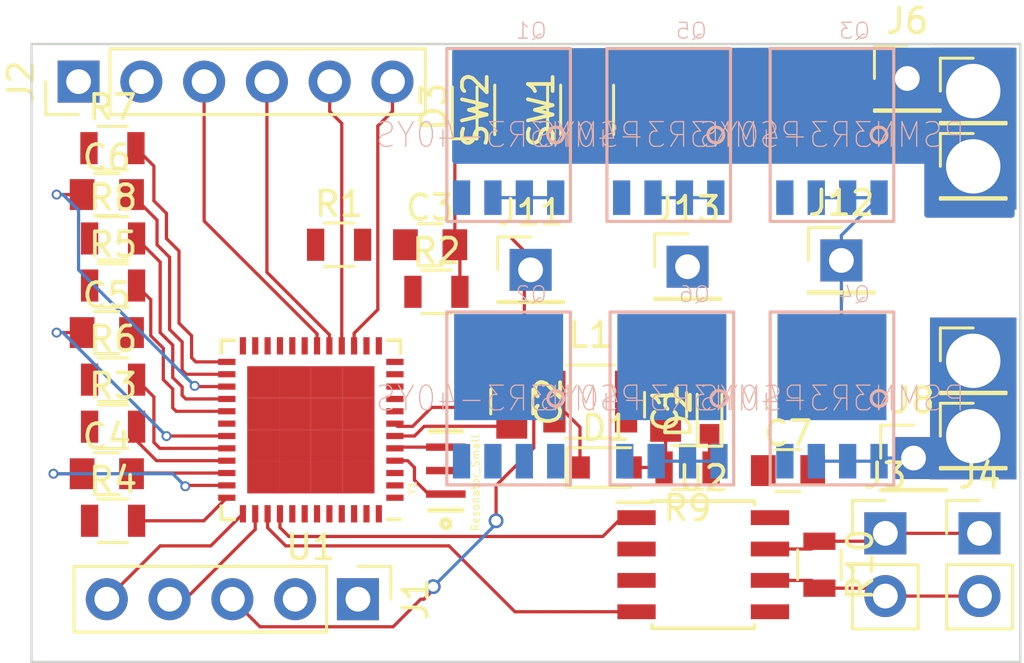
<source format=kicad_pcb>
(kicad_pcb (version 4) (host pcbnew 4.0.6)

  (general
    (links 120)
    (no_connects 64)
    (area 98.676 73.149 141.034762 100.814)
    (thickness 1.6)
    (drawings 4)
    (tracks 183)
    (zones 0)
    (modules 45)
    (nets 56)
  )

  (page A4)
  (layers
    (0 F.Cu signal)
    (1 In1.Cu signal)
    (2 In2.Cu signal)
    (31 B.Cu signal)
    (32 B.Adhes user)
    (33 F.Adhes user)
    (34 B.Paste user)
    (35 F.Paste user)
    (36 B.SilkS user)
    (37 F.SilkS user)
    (38 B.Mask user)
    (39 F.Mask user)
    (40 Dwgs.User user hide)
    (41 Cmts.User user)
    (42 Eco1.User user)
    (43 Eco2.User user)
    (44 Edge.Cuts user)
    (45 Margin user)
    (46 B.CrtYd user)
    (47 F.CrtYd user)
    (48 B.Fab user)
    (49 F.Fab user)
  )

  (setup
    (last_trace_width 0.13)
    (user_trace_width 0.11)
    (user_trace_width 0.13)
    (user_trace_width 3)
    (trace_clearance 0.2)
    (zone_clearance 0.1)
    (zone_45_only no)
    (trace_min 0.1)
    (segment_width 0.2)
    (edge_width 0.1)
    (via_size 0.6)
    (via_drill 0.4)
    (via_min_size 0.2)
    (via_min_drill 0.2)
    (user_via 0.35 0.2)
    (user_via 0.4 0.25)
    (user_via 3 2.3)
    (uvia_size 0.3)
    (uvia_drill 0.1)
    (uvias_allowed no)
    (uvia_min_size 0.2)
    (uvia_min_drill 0.1)
    (pcb_text_width 0.3)
    (pcb_text_size 1.5 1.5)
    (mod_edge_width 0.15)
    (mod_text_size 1 1)
    (mod_text_width 0.15)
    (pad_size 3.5 3.5)
    (pad_drill 2.2)
    (pad_to_mask_clearance 0)
    (aux_axis_origin 0 0)
    (visible_elements 7FFCFFFF)
    (pcbplotparams
      (layerselection 0x00030_80000001)
      (usegerberextensions false)
      (excludeedgelayer true)
      (linewidth 0.100000)
      (plotframeref false)
      (viasonmask false)
      (mode 1)
      (useauxorigin false)
      (hpglpennumber 1)
      (hpglpenspeed 20)
      (hpglpendiameter 15)
      (hpglpenoverlay 2)
      (psnegative false)
      (psa4output false)
      (plotreference true)
      (plotvalue true)
      (plotinvisibletext false)
      (padsonsilk false)
      (subtractmaskfromsilk false)
      (outputformat 1)
      (mirror false)
      (drillshape 1)
      (scaleselection 1)
      (outputdirectory ""))
  )

  (net 0 "")
  (net 1 +3V3)
  (net 2 Earth)
  (net 3 "Net-(C2-Pad2)")
  (net 4 "Net-(C3-Pad1)")
  (net 5 BOOT1)
  (net 6 O1)
  (net 7 BOOT2)
  (net 8 O2)
  (net 9 BOOT3)
  (net 10 O3)
  (net 11 "Net-(D1-Pad1)")
  (net 12 "Net-(D2-Pad1)")
  (net 13 "Net-(D3-Pad2)")
  (net 14 NRST)
  (net 15 SWDIO)
  (net 16 SWDCLK)
  (net 17 MOSI)
  (net 18 MISO)
  (net 19 SCK)
  (net 20 CS)
  (net 21 RS-B)
  (net 22 RS-A)
  (net 23 "Net-(Q1-Pad4)")
  (net 24 +12V)
  (net 25 "Net-(Q2-Pad4)")
  (net 26 "Net-(Q3-Pad4)")
  (net 27 "Net-(Q4-Pad4)")
  (net 28 "Net-(Q5-Pad4)")
  (net 29 "Net-(Q6-Pad4)")
  (net 30 H1)
  (net 31 L1)
  (net 32 H2)
  (net 33 L2)
  (net 34 H3)
  (net 35 L3)
  (net 36 "Net-(SW1-Pad1)")
  (net 37 "Net-(SW2-Pad1)")
  (net 38 "Net-(U1-Pad1)")
  (net 39 "Net-(U1-Pad2)")
  (net 40 "Net-(U1-Pad3)")
  (net 41 "Net-(U1-Pad4)")
  (net 42 "Net-(U1-Pad5)")
  (net 43 DE)
  (net 44 "Net-(U1-Pad21)")
  (net 45 "Net-(U1-Pad22)")
  (net 46 "Net-(U1-Pad23)")
  (net 47 "Net-(U1-Pad24)")
  (net 48 TX)
  (net 49 RX)
  (net 50 "Net-(U1-Pad41)")
  (net 51 "Net-(U1-Pad42)")
  (net 52 "Net-(U1-Pad43)")
  (net 53 "Net-(U1-Pad45)")
  (net 54 "Net-(U1-Pad46)")
  (net 55 "Net-(U1-Pad47)")

  (net_class Default "This is the default net class."
    (clearance 0.2)
    (trace_width 0.25)
    (via_dia 0.6)
    (via_drill 0.4)
    (uvia_dia 0.3)
    (uvia_drill 0.1)
    (add_net +12V)
    (add_net +3V3)
    (add_net BOOT1)
    (add_net BOOT2)
    (add_net BOOT3)
    (add_net CS)
    (add_net DE)
    (add_net Earth)
    (add_net H1)
    (add_net H2)
    (add_net H3)
    (add_net L1)
    (add_net L2)
    (add_net L3)
    (add_net MISO)
    (add_net MOSI)
    (add_net NRST)
    (add_net "Net-(C2-Pad2)")
    (add_net "Net-(C3-Pad1)")
    (add_net "Net-(D1-Pad1)")
    (add_net "Net-(D2-Pad1)")
    (add_net "Net-(D3-Pad2)")
    (add_net "Net-(Q1-Pad4)")
    (add_net "Net-(Q2-Pad4)")
    (add_net "Net-(Q3-Pad4)")
    (add_net "Net-(Q4-Pad4)")
    (add_net "Net-(Q5-Pad4)")
    (add_net "Net-(Q6-Pad4)")
    (add_net "Net-(SW1-Pad1)")
    (add_net "Net-(SW2-Pad1)")
    (add_net "Net-(U1-Pad1)")
    (add_net "Net-(U1-Pad2)")
    (add_net "Net-(U1-Pad21)")
    (add_net "Net-(U1-Pad22)")
    (add_net "Net-(U1-Pad23)")
    (add_net "Net-(U1-Pad24)")
    (add_net "Net-(U1-Pad3)")
    (add_net "Net-(U1-Pad4)")
    (add_net "Net-(U1-Pad41)")
    (add_net "Net-(U1-Pad42)")
    (add_net "Net-(U1-Pad43)")
    (add_net "Net-(U1-Pad45)")
    (add_net "Net-(U1-Pad46)")
    (add_net "Net-(U1-Pad47)")
    (add_net "Net-(U1-Pad5)")
    (add_net O1)
    (add_net O2)
    (add_net O3)
    (add_net RS-A)
    (add_net RS-B)
    (add_net RX)
    (add_net SCK)
    (add_net SWDCLK)
    (add_net SWDIO)
    (add_net TX)
  )

  (net_class Thin ""
    (clearance 0.1)
    (trace_width 0.1)
    (via_dia 0.4)
    (via_drill 0.2)
    (uvia_dia 0.3)
    (uvia_drill 0.1)
  )

  (module Capacitors_SMD:C_0805 (layer F.Cu) (tedit 59C7AFF7) (tstamp 59C7A812)
    (at 125.73 89.662 270)
    (descr "Capacitor SMD 0805, reflow soldering, AVX (see smccp.pdf)")
    (tags "capacitor 0805")
    (path /597BE295)
    (attr smd)
    (fp_text reference C1 (at 0.127 0 270) (layer F.SilkS)
      (effects (font (size 1 1) (thickness 0.15)))
    )
    (fp_text value 47uF (at 0 1.75 270) (layer F.Fab) hide
      (effects (font (size 1 1) (thickness 0.15)))
    )
    (fp_text user %R (at 0.127 0 270) (layer F.Fab)
      (effects (font (size 1 1) (thickness 0.15)))
    )
    (fp_line (start -1 0.62) (end -1 -0.62) (layer F.Fab) (width 0.1))
    (fp_line (start 1 0.62) (end -1 0.62) (layer F.Fab) (width 0.1))
    (fp_line (start 1 -0.62) (end 1 0.62) (layer F.Fab) (width 0.1))
    (fp_line (start -1 -0.62) (end 1 -0.62) (layer F.Fab) (width 0.1))
    (fp_line (start 0.5 -0.85) (end -0.5 -0.85) (layer F.SilkS) (width 0.12))
    (fp_line (start -0.5 0.85) (end 0.5 0.85) (layer F.SilkS) (width 0.12))
    (fp_line (start -1.75 -0.88) (end 1.75 -0.88) (layer F.CrtYd) (width 0.05))
    (fp_line (start -1.75 -0.88) (end -1.75 0.87) (layer F.CrtYd) (width 0.05))
    (fp_line (start 1.75 0.87) (end 1.75 -0.88) (layer F.CrtYd) (width 0.05))
    (fp_line (start 1.75 0.87) (end -1.75 0.87) (layer F.CrtYd) (width 0.05))
    (pad 1 smd rect (at -1 0 270) (size 1 1.25) (layers F.Cu F.Paste F.Mask)
      (net 1 +3V3))
    (pad 2 smd rect (at 1 0 270) (size 1 1.25) (layers F.Cu F.Paste F.Mask)
      (net 2 Earth))
    (model Capacitors_SMD.3dshapes/C_0805.wrl
      (at (xyz 0 0 0))
      (scale (xyz 1 1 1))
      (rotate (xyz 0 0 0))
    )
  )

  (module Capacitors_SMD:C_0805 (layer F.Cu) (tedit 59C7B1D3) (tstamp 59C7A818)
    (at 119.507 89.535 270)
    (descr "Capacitor SMD 0805, reflow soldering, AVX (see smccp.pdf)")
    (tags "capacitor 0805")
    (path /59C72B99)
    (attr smd)
    (fp_text reference C2 (at 0 -1.5 270) (layer F.SilkS)
      (effects (font (size 1 1) (thickness 0.15)))
    )
    (fp_text value 47uF (at 0 1.75 270) (layer F.Fab) hide
      (effects (font (size 1 1) (thickness 0.15)))
    )
    (fp_text user %R (at 0 -1.5 270) (layer F.Fab)
      (effects (font (size 1 1) (thickness 0.15)))
    )
    (fp_line (start -1 0.62) (end -1 -0.62) (layer F.Fab) (width 0.1))
    (fp_line (start 1 0.62) (end -1 0.62) (layer F.Fab) (width 0.1))
    (fp_line (start 1 -0.62) (end 1 0.62) (layer F.Fab) (width 0.1))
    (fp_line (start -1 -0.62) (end 1 -0.62) (layer F.Fab) (width 0.1))
    (fp_line (start 0.5 -0.85) (end -0.5 -0.85) (layer F.SilkS) (width 0.12))
    (fp_line (start -0.5 0.85) (end 0.5 0.85) (layer F.SilkS) (width 0.12))
    (fp_line (start -1.75 -0.88) (end 1.75 -0.88) (layer F.CrtYd) (width 0.05))
    (fp_line (start -1.75 -0.88) (end -1.75 0.87) (layer F.CrtYd) (width 0.05))
    (fp_line (start 1.75 0.87) (end 1.75 -0.88) (layer F.CrtYd) (width 0.05))
    (fp_line (start 1.75 0.87) (end -1.75 0.87) (layer F.CrtYd) (width 0.05))
    (pad 1 smd rect (at -1 0 270) (size 1 1.25) (layers F.Cu F.Paste F.Mask)
      (net 2 Earth))
    (pad 2 smd rect (at 1 0 270) (size 1 1.25) (layers F.Cu F.Paste F.Mask)
      (net 3 "Net-(C2-Pad2)"))
    (model Capacitors_SMD.3dshapes/C_0805.wrl
      (at (xyz 0 0 0))
      (scale (xyz 1 1 1))
      (rotate (xyz 0 0 0))
    )
  )

  (module Capacitors_SMD:C_0805 (layer F.Cu) (tedit 59C7B060) (tstamp 59C7A81E)
    (at 116.205 83.185)
    (descr "Capacitor SMD 0805, reflow soldering, AVX (see smccp.pdf)")
    (tags "capacitor 0805")
    (path /59781C6F)
    (attr smd)
    (fp_text reference C3 (at 0 -1.5) (layer F.SilkS)
      (effects (font (size 1 1) (thickness 0.15)))
    )
    (fp_text value 1uF (at 0 1.75) (layer F.Fab) hide
      (effects (font (size 1 1) (thickness 0.15)))
    )
    (fp_text user %R (at 0 -1.5) (layer F.Fab)
      (effects (font (size 1 1) (thickness 0.15)))
    )
    (fp_line (start -1 0.62) (end -1 -0.62) (layer F.Fab) (width 0.1))
    (fp_line (start 1 0.62) (end -1 0.62) (layer F.Fab) (width 0.1))
    (fp_line (start 1 -0.62) (end 1 0.62) (layer F.Fab) (width 0.1))
    (fp_line (start -1 -0.62) (end 1 -0.62) (layer F.Fab) (width 0.1))
    (fp_line (start 0.5 -0.85) (end -0.5 -0.85) (layer F.SilkS) (width 0.12))
    (fp_line (start -0.5 0.85) (end 0.5 0.85) (layer F.SilkS) (width 0.12))
    (fp_line (start -1.75 -0.88) (end 1.75 -0.88) (layer F.CrtYd) (width 0.05))
    (fp_line (start -1.75 -0.88) (end -1.75 0.87) (layer F.CrtYd) (width 0.05))
    (fp_line (start 1.75 0.87) (end 1.75 -0.88) (layer F.CrtYd) (width 0.05))
    (fp_line (start 1.75 0.87) (end -1.75 0.87) (layer F.CrtYd) (width 0.05))
    (pad 1 smd rect (at -1 0) (size 1 1.25) (layers F.Cu F.Paste F.Mask)
      (net 4 "Net-(C3-Pad1)"))
    (pad 2 smd rect (at 1 0) (size 1 1.25) (layers F.Cu F.Paste F.Mask)
      (net 2 Earth))
    (model Capacitors_SMD.3dshapes/C_0805.wrl
      (at (xyz 0 0 0))
      (scale (xyz 1 1 1))
      (rotate (xyz 0 0 0))
    )
  )

  (module Capacitors_SMD:C_0805 (layer F.Cu) (tedit 59C7AE97) (tstamp 59C7A824)
    (at 103.124 92.456)
    (descr "Capacitor SMD 0805, reflow soldering, AVX (see smccp.pdf)")
    (tags "capacitor 0805")
    (path /59775905)
    (attr smd)
    (fp_text reference C4 (at 0 -1.5) (layer F.SilkS)
      (effects (font (size 1 1) (thickness 0.15)))
    )
    (fp_text value 1uF (at 0 1.75) (layer F.Fab) hide
      (effects (font (size 1 1) (thickness 0.15)))
    )
    (fp_text user %R (at 0 -1.5) (layer F.Fab)
      (effects (font (size 1 1) (thickness 0.15)))
    )
    (fp_line (start -1 0.62) (end -1 -0.62) (layer F.Fab) (width 0.1))
    (fp_line (start 1 0.62) (end -1 0.62) (layer F.Fab) (width 0.1))
    (fp_line (start 1 -0.62) (end 1 0.62) (layer F.Fab) (width 0.1))
    (fp_line (start -1 -0.62) (end 1 -0.62) (layer F.Fab) (width 0.1))
    (fp_line (start 0.5 -0.85) (end -0.5 -0.85) (layer F.SilkS) (width 0.12))
    (fp_line (start -0.5 0.85) (end 0.5 0.85) (layer F.SilkS) (width 0.12))
    (fp_line (start -1.75 -0.88) (end 1.75 -0.88) (layer F.CrtYd) (width 0.05))
    (fp_line (start -1.75 -0.88) (end -1.75 0.87) (layer F.CrtYd) (width 0.05))
    (fp_line (start 1.75 0.87) (end 1.75 -0.88) (layer F.CrtYd) (width 0.05))
    (fp_line (start 1.75 0.87) (end -1.75 0.87) (layer F.CrtYd) (width 0.05))
    (pad 1 smd rect (at -1 0) (size 1 1.25) (layers F.Cu F.Paste F.Mask)
      (net 5 BOOT1))
    (pad 2 smd rect (at 1 0) (size 1 1.25) (layers F.Cu F.Paste F.Mask)
      (net 6 O1))
    (model Capacitors_SMD.3dshapes/C_0805.wrl
      (at (xyz 0 0 0))
      (scale (xyz 1 1 1))
      (rotate (xyz 0 0 0))
    )
  )

  (module Capacitors_SMD:C_0805 (layer F.Cu) (tedit 59C7AEA6) (tstamp 59C7A82A)
    (at 103.124 86.741)
    (descr "Capacitor SMD 0805, reflow soldering, AVX (see smccp.pdf)")
    (tags "capacitor 0805")
    (path /59785384)
    (attr smd)
    (fp_text reference C5 (at 0 -1.5) (layer F.SilkS)
      (effects (font (size 1 1) (thickness 0.15)))
    )
    (fp_text value 1uF (at 0 1.75) (layer F.Fab) hide
      (effects (font (size 1 1) (thickness 0.15)))
    )
    (fp_text user %R (at 0 -1.5) (layer F.Fab)
      (effects (font (size 1 1) (thickness 0.15)))
    )
    (fp_line (start -1 0.62) (end -1 -0.62) (layer F.Fab) (width 0.1))
    (fp_line (start 1 0.62) (end -1 0.62) (layer F.Fab) (width 0.1))
    (fp_line (start 1 -0.62) (end 1 0.62) (layer F.Fab) (width 0.1))
    (fp_line (start -1 -0.62) (end 1 -0.62) (layer F.Fab) (width 0.1))
    (fp_line (start 0.5 -0.85) (end -0.5 -0.85) (layer F.SilkS) (width 0.12))
    (fp_line (start -0.5 0.85) (end 0.5 0.85) (layer F.SilkS) (width 0.12))
    (fp_line (start -1.75 -0.88) (end 1.75 -0.88) (layer F.CrtYd) (width 0.05))
    (fp_line (start -1.75 -0.88) (end -1.75 0.87) (layer F.CrtYd) (width 0.05))
    (fp_line (start 1.75 0.87) (end 1.75 -0.88) (layer F.CrtYd) (width 0.05))
    (fp_line (start 1.75 0.87) (end -1.75 0.87) (layer F.CrtYd) (width 0.05))
    (pad 1 smd rect (at -1 0) (size 1 1.25) (layers F.Cu F.Paste F.Mask)
      (net 7 BOOT2))
    (pad 2 smd rect (at 1 0) (size 1 1.25) (layers F.Cu F.Paste F.Mask)
      (net 8 O2))
    (model Capacitors_SMD.3dshapes/C_0805.wrl
      (at (xyz 0 0 0))
      (scale (xyz 1 1 1))
      (rotate (xyz 0 0 0))
    )
  )

  (module Capacitors_SMD:C_0805 (layer F.Cu) (tedit 59C7AE16) (tstamp 59C7A830)
    (at 103.124 81.153)
    (descr "Capacitor SMD 0805, reflow soldering, AVX (see smccp.pdf)")
    (tags "capacitor 0805")
    (path /59785512)
    (attr smd)
    (fp_text reference C6 (at 0 -1.5) (layer F.SilkS)
      (effects (font (size 1 1) (thickness 0.15)))
    )
    (fp_text value 1uF (at 0 1.75) (layer F.Fab) hide
      (effects (font (size 1 1) (thickness 0.15)))
    )
    (fp_text user %R (at 0 -1.5) (layer F.Fab)
      (effects (font (size 1 1) (thickness 0.15)))
    )
    (fp_line (start -1 0.62) (end -1 -0.62) (layer F.Fab) (width 0.1))
    (fp_line (start 1 0.62) (end -1 0.62) (layer F.Fab) (width 0.1))
    (fp_line (start 1 -0.62) (end 1 0.62) (layer F.Fab) (width 0.1))
    (fp_line (start -1 -0.62) (end 1 -0.62) (layer F.Fab) (width 0.1))
    (fp_line (start 0.5 -0.85) (end -0.5 -0.85) (layer F.SilkS) (width 0.12))
    (fp_line (start -0.5 0.85) (end 0.5 0.85) (layer F.SilkS) (width 0.12))
    (fp_line (start -1.75 -0.88) (end 1.75 -0.88) (layer F.CrtYd) (width 0.05))
    (fp_line (start -1.75 -0.88) (end -1.75 0.87) (layer F.CrtYd) (width 0.05))
    (fp_line (start 1.75 0.87) (end 1.75 -0.88) (layer F.CrtYd) (width 0.05))
    (fp_line (start 1.75 0.87) (end -1.75 0.87) (layer F.CrtYd) (width 0.05))
    (pad 1 smd rect (at -1 0) (size 1 1.25) (layers F.Cu F.Paste F.Mask)
      (net 9 BOOT3))
    (pad 2 smd rect (at 1 0) (size 1 1.25) (layers F.Cu F.Paste F.Mask)
      (net 10 O3))
    (model Capacitors_SMD.3dshapes/C_0805.wrl
      (at (xyz 0 0 0))
      (scale (xyz 1 1 1))
      (rotate (xyz 0 0 0))
    )
  )

  (module Capacitors_SMD:C_0805 (layer F.Cu) (tedit 58AA8463) (tstamp 59C7A836)
    (at 130.683 92.329)
    (descr "Capacitor SMD 0805, reflow soldering, AVX (see smccp.pdf)")
    (tags "capacitor 0805")
    (path /59CA6694)
    (attr smd)
    (fp_text reference C7 (at 0 -1.5) (layer F.SilkS)
      (effects (font (size 1 1) (thickness 0.15)))
    )
    (fp_text value 1uF (at 0 1.75) (layer F.Fab)
      (effects (font (size 1 1) (thickness 0.15)))
    )
    (fp_text user %R (at 0 -1.5) (layer F.Fab)
      (effects (font (size 1 1) (thickness 0.15)))
    )
    (fp_line (start -1 0.62) (end -1 -0.62) (layer F.Fab) (width 0.1))
    (fp_line (start 1 0.62) (end -1 0.62) (layer F.Fab) (width 0.1))
    (fp_line (start 1 -0.62) (end 1 0.62) (layer F.Fab) (width 0.1))
    (fp_line (start -1 -0.62) (end 1 -0.62) (layer F.Fab) (width 0.1))
    (fp_line (start 0.5 -0.85) (end -0.5 -0.85) (layer F.SilkS) (width 0.12))
    (fp_line (start -0.5 0.85) (end 0.5 0.85) (layer F.SilkS) (width 0.12))
    (fp_line (start -1.75 -0.88) (end 1.75 -0.88) (layer F.CrtYd) (width 0.05))
    (fp_line (start -1.75 -0.88) (end -1.75 0.87) (layer F.CrtYd) (width 0.05))
    (fp_line (start 1.75 0.87) (end 1.75 -0.88) (layer F.CrtYd) (width 0.05))
    (fp_line (start 1.75 0.87) (end -1.75 0.87) (layer F.CrtYd) (width 0.05))
    (pad 1 smd rect (at -1 0) (size 1 1.25) (layers F.Cu F.Paste F.Mask)
      (net 2 Earth))
    (pad 2 smd rect (at 1 0) (size 1 1.25) (layers F.Cu F.Paste F.Mask)
      (net 1 +3V3))
    (model Capacitors_SMD.3dshapes/C_0805.wrl
      (at (xyz 0 0 0))
      (scale (xyz 1 1 1))
      (rotate (xyz 0 0 0))
    )
  )

  (module Diodes_SMD:D_0805 (layer F.Cu) (tedit 590CE9A4) (tstamp 59C7A83C)
    (at 123.317 92.202)
    (descr "Diode SMD in 0805 package http://datasheets.avx.com/schottky.pdf")
    (tags "smd diode")
    (path /597753DE)
    (attr smd)
    (fp_text reference D1 (at 0 -1.6) (layer F.SilkS)
      (effects (font (size 1 1) (thickness 0.15)))
    )
    (fp_text value D (at 0 1.7) (layer F.Fab)
      (effects (font (size 1 1) (thickness 0.15)))
    )
    (fp_text user %R (at 0 -1.6) (layer F.Fab)
      (effects (font (size 1 1) (thickness 0.15)))
    )
    (fp_line (start -1.6 -0.8) (end -1.6 0.8) (layer F.SilkS) (width 0.12))
    (fp_line (start -1.7 0.88) (end -1.7 -0.88) (layer F.CrtYd) (width 0.05))
    (fp_line (start 1.7 0.88) (end -1.7 0.88) (layer F.CrtYd) (width 0.05))
    (fp_line (start 1.7 -0.88) (end 1.7 0.88) (layer F.CrtYd) (width 0.05))
    (fp_line (start -1.7 -0.88) (end 1.7 -0.88) (layer F.CrtYd) (width 0.05))
    (fp_line (start 0.2 0) (end 0.4 0) (layer F.Fab) (width 0.1))
    (fp_line (start -0.1 0) (end -0.3 0) (layer F.Fab) (width 0.1))
    (fp_line (start -0.1 -0.2) (end -0.1 0.2) (layer F.Fab) (width 0.1))
    (fp_line (start 0.2 0.2) (end 0.2 -0.2) (layer F.Fab) (width 0.1))
    (fp_line (start -0.1 0) (end 0.2 0.2) (layer F.Fab) (width 0.1))
    (fp_line (start 0.2 -0.2) (end -0.1 0) (layer F.Fab) (width 0.1))
    (fp_line (start -1 0.65) (end -1 -0.65) (layer F.Fab) (width 0.1))
    (fp_line (start 1 0.65) (end -1 0.65) (layer F.Fab) (width 0.1))
    (fp_line (start 1 -0.65) (end 1 0.65) (layer F.Fab) (width 0.1))
    (fp_line (start -1 -0.65) (end 1 -0.65) (layer F.Fab) (width 0.1))
    (fp_line (start -1.6 0.8) (end 1 0.8) (layer F.SilkS) (width 0.12))
    (fp_line (start -1.6 -0.8) (end 1 -0.8) (layer F.SilkS) (width 0.12))
    (pad 1 smd rect (at -1.05 0) (size 0.8 0.9) (layers F.Cu F.Paste F.Mask)
      (net 11 "Net-(D1-Pad1)"))
    (pad 2 smd rect (at 1.05 0) (size 0.8 0.9) (layers F.Cu F.Paste F.Mask)
      (net 2 Earth))
    (model ${KISYS3DMOD}/Diodes_SMD.3dshapes/D_0805.wrl
      (at (xyz 0 0 0))
      (scale (xyz 1 1 1))
      (rotate (xyz 0 0 0))
    )
  )

  (module LEDs:LED_0603 (layer F.Cu) (tedit 57FE93A5) (tstamp 59C7A842)
    (at 127.508 90.043 90)
    (descr "LED 0603 smd package")
    (tags "LED led 0603 SMD smd SMT smt smdled SMDLED smtled SMTLED")
    (path /59CACD94)
    (attr smd)
    (fp_text reference D2 (at 0 -1.25 90) (layer F.SilkS)
      (effects (font (size 1 1) (thickness 0.15)))
    )
    (fp_text value LED (at 0 1.35 90) (layer F.Fab)
      (effects (font (size 1 1) (thickness 0.15)))
    )
    (fp_line (start -1.3 -0.5) (end -1.3 0.5) (layer F.SilkS) (width 0.12))
    (fp_line (start -0.2 -0.2) (end -0.2 0.2) (layer F.Fab) (width 0.1))
    (fp_line (start -0.15 0) (end 0.15 -0.2) (layer F.Fab) (width 0.1))
    (fp_line (start 0.15 0.2) (end -0.15 0) (layer F.Fab) (width 0.1))
    (fp_line (start 0.15 -0.2) (end 0.15 0.2) (layer F.Fab) (width 0.1))
    (fp_line (start 0.8 0.4) (end -0.8 0.4) (layer F.Fab) (width 0.1))
    (fp_line (start 0.8 -0.4) (end 0.8 0.4) (layer F.Fab) (width 0.1))
    (fp_line (start -0.8 -0.4) (end 0.8 -0.4) (layer F.Fab) (width 0.1))
    (fp_line (start -0.8 0.4) (end -0.8 -0.4) (layer F.Fab) (width 0.1))
    (fp_line (start -1.3 0.5) (end 0.8 0.5) (layer F.SilkS) (width 0.12))
    (fp_line (start -1.3 -0.5) (end 0.8 -0.5) (layer F.SilkS) (width 0.12))
    (fp_line (start 1.45 -0.65) (end 1.45 0.65) (layer F.CrtYd) (width 0.05))
    (fp_line (start 1.45 0.65) (end -1.45 0.65) (layer F.CrtYd) (width 0.05))
    (fp_line (start -1.45 0.65) (end -1.45 -0.65) (layer F.CrtYd) (width 0.05))
    (fp_line (start -1.45 -0.65) (end 1.45 -0.65) (layer F.CrtYd) (width 0.05))
    (pad 2 smd rect (at 0.8 0 270) (size 0.8 0.8) (layers F.Cu F.Paste F.Mask)
      (net 1 +3V3))
    (pad 1 smd rect (at -0.8 0 270) (size 0.8 0.8) (layers F.Cu F.Paste F.Mask)
      (net 12 "Net-(D2-Pad1)"))
    (model ${KISYS3DMOD}/LEDs.3dshapes/LED_0603.wrl
      (at (xyz 0 0 0))
      (scale (xyz 1 1 1))
      (rotate (xyz 0 0 180))
    )
  )

  (module LEDs:LED_0603 (layer F.Cu) (tedit 57FE93A5) (tstamp 59C7A848)
    (at 117.602 77.597 90)
    (descr "LED 0603 smd package")
    (tags "LED led 0603 SMD smd SMT smt smdled SMDLED smtled SMTLED")
    (path /59C94485)
    (attr smd)
    (fp_text reference D3 (at 0 -1.25 90) (layer F.SilkS)
      (effects (font (size 1 1) (thickness 0.15)))
    )
    (fp_text value LED (at 0 1.35 90) (layer F.Fab)
      (effects (font (size 1 1) (thickness 0.15)))
    )
    (fp_line (start -1.3 -0.5) (end -1.3 0.5) (layer F.SilkS) (width 0.12))
    (fp_line (start -0.2 -0.2) (end -0.2 0.2) (layer F.Fab) (width 0.1))
    (fp_line (start -0.15 0) (end 0.15 -0.2) (layer F.Fab) (width 0.1))
    (fp_line (start 0.15 0.2) (end -0.15 0) (layer F.Fab) (width 0.1))
    (fp_line (start 0.15 -0.2) (end 0.15 0.2) (layer F.Fab) (width 0.1))
    (fp_line (start 0.8 0.4) (end -0.8 0.4) (layer F.Fab) (width 0.1))
    (fp_line (start 0.8 -0.4) (end 0.8 0.4) (layer F.Fab) (width 0.1))
    (fp_line (start -0.8 -0.4) (end 0.8 -0.4) (layer F.Fab) (width 0.1))
    (fp_line (start -0.8 0.4) (end -0.8 -0.4) (layer F.Fab) (width 0.1))
    (fp_line (start -1.3 0.5) (end 0.8 0.5) (layer F.SilkS) (width 0.12))
    (fp_line (start -1.3 -0.5) (end 0.8 -0.5) (layer F.SilkS) (width 0.12))
    (fp_line (start 1.45 -0.65) (end 1.45 0.65) (layer F.CrtYd) (width 0.05))
    (fp_line (start 1.45 0.65) (end -1.45 0.65) (layer F.CrtYd) (width 0.05))
    (fp_line (start -1.45 0.65) (end -1.45 -0.65) (layer F.CrtYd) (width 0.05))
    (fp_line (start -1.45 -0.65) (end 1.45 -0.65) (layer F.CrtYd) (width 0.05))
    (pad 2 smd rect (at 0.8 0 270) (size 0.8 0.8) (layers F.Cu F.Paste F.Mask)
      (net 13 "Net-(D3-Pad2)"))
    (pad 1 smd rect (at -0.8 0 270) (size 0.8 0.8) (layers F.Cu F.Paste F.Mask)
      (net 2 Earth))
    (model ${KISYS3DMOD}/LEDs.3dshapes/LED_0603.wrl
      (at (xyz 0 0 0))
      (scale (xyz 1 1 1))
      (rotate (xyz 0 0 180))
    )
  )

  (module Pin_Headers:Pin_Header_Straight_1x05_Pitch2.54mm (layer F.Cu) (tedit 59650532) (tstamp 59C7A851)
    (at 113.284 97.536 270)
    (descr "Through hole straight pin header, 1x05, 2.54mm pitch, single row")
    (tags "Through hole pin header THT 1x05 2.54mm single row")
    (path /59C7E478)
    (fp_text reference J1 (at 0 -2.33 270) (layer F.SilkS)
      (effects (font (size 1 1) (thickness 0.15)))
    )
    (fp_text value SWD (at 0 12.49 270) (layer F.Fab)
      (effects (font (size 1 1) (thickness 0.15)))
    )
    (fp_line (start -0.635 -1.27) (end 1.27 -1.27) (layer F.Fab) (width 0.1))
    (fp_line (start 1.27 -1.27) (end 1.27 11.43) (layer F.Fab) (width 0.1))
    (fp_line (start 1.27 11.43) (end -1.27 11.43) (layer F.Fab) (width 0.1))
    (fp_line (start -1.27 11.43) (end -1.27 -0.635) (layer F.Fab) (width 0.1))
    (fp_line (start -1.27 -0.635) (end -0.635 -1.27) (layer F.Fab) (width 0.1))
    (fp_line (start -1.33 11.49) (end 1.33 11.49) (layer F.SilkS) (width 0.12))
    (fp_line (start -1.33 1.27) (end -1.33 11.49) (layer F.SilkS) (width 0.12))
    (fp_line (start 1.33 1.27) (end 1.33 11.49) (layer F.SilkS) (width 0.12))
    (fp_line (start -1.33 1.27) (end 1.33 1.27) (layer F.SilkS) (width 0.12))
    (fp_line (start -1.33 0) (end -1.33 -1.33) (layer F.SilkS) (width 0.12))
    (fp_line (start -1.33 -1.33) (end 0 -1.33) (layer F.SilkS) (width 0.12))
    (fp_line (start -1.8 -1.8) (end -1.8 11.95) (layer F.CrtYd) (width 0.05))
    (fp_line (start -1.8 11.95) (end 1.8 11.95) (layer F.CrtYd) (width 0.05))
    (fp_line (start 1.8 11.95) (end 1.8 -1.8) (layer F.CrtYd) (width 0.05))
    (fp_line (start 1.8 -1.8) (end -1.8 -1.8) (layer F.CrtYd) (width 0.05))
    (fp_text user %R (at 0 5.08 360) (layer F.Fab)
      (effects (font (size 1 1) (thickness 0.15)))
    )
    (pad 1 thru_hole rect (at 0 0 270) (size 1.7 1.7) (drill 1) (layers *.Cu *.Mask)
      (net 1 +3V3))
    (pad 2 thru_hole oval (at 0 2.54 270) (size 1.7 1.7) (drill 1) (layers *.Cu *.Mask)
      (net 2 Earth))
    (pad 3 thru_hole oval (at 0 5.08 270) (size 1.7 1.7) (drill 1) (layers *.Cu *.Mask)
      (net 14 NRST))
    (pad 4 thru_hole oval (at 0 7.62 270) (size 1.7 1.7) (drill 1) (layers *.Cu *.Mask)
      (net 16 SWDCLK))
    (pad 5 thru_hole oval (at 0 10.16 270) (size 1.7 1.7) (drill 1) (layers *.Cu *.Mask)
      (net 15 SWDIO))
    (model ${KISYS3DMOD}/Pin_Headers.3dshapes/Pin_Header_Straight_1x05_Pitch2.54mm.wrl
      (at (xyz 0 0 0))
      (scale (xyz 1 1 1))
      (rotate (xyz 0 0 0))
    )
  )

  (module Pin_Headers:Pin_Header_Straight_1x06_Pitch2.54mm (layer F.Cu) (tedit 59650532) (tstamp 59C7A85B)
    (at 101.981 76.581 90)
    (descr "Through hole straight pin header, 1x06, 2.54mm pitch, single row")
    (tags "Through hole pin header THT 1x06 2.54mm single row")
    (path /59C8A536)
    (fp_text reference J2 (at 0 -2.33 90) (layer F.SilkS)
      (effects (font (size 1 1) (thickness 0.15)))
    )
    (fp_text value SPI (at 0 15.03 90) (layer F.Fab)
      (effects (font (size 1 1) (thickness 0.15)))
    )
    (fp_line (start -0.635 -1.27) (end 1.27 -1.27) (layer F.Fab) (width 0.1))
    (fp_line (start 1.27 -1.27) (end 1.27 13.97) (layer F.Fab) (width 0.1))
    (fp_line (start 1.27 13.97) (end -1.27 13.97) (layer F.Fab) (width 0.1))
    (fp_line (start -1.27 13.97) (end -1.27 -0.635) (layer F.Fab) (width 0.1))
    (fp_line (start -1.27 -0.635) (end -0.635 -1.27) (layer F.Fab) (width 0.1))
    (fp_line (start -1.33 14.03) (end 1.33 14.03) (layer F.SilkS) (width 0.12))
    (fp_line (start -1.33 1.27) (end -1.33 14.03) (layer F.SilkS) (width 0.12))
    (fp_line (start 1.33 1.27) (end 1.33 14.03) (layer F.SilkS) (width 0.12))
    (fp_line (start -1.33 1.27) (end 1.33 1.27) (layer F.SilkS) (width 0.12))
    (fp_line (start -1.33 0) (end -1.33 -1.33) (layer F.SilkS) (width 0.12))
    (fp_line (start -1.33 -1.33) (end 0 -1.33) (layer F.SilkS) (width 0.12))
    (fp_line (start -1.8 -1.8) (end -1.8 14.5) (layer F.CrtYd) (width 0.05))
    (fp_line (start -1.8 14.5) (end 1.8 14.5) (layer F.CrtYd) (width 0.05))
    (fp_line (start 1.8 14.5) (end 1.8 -1.8) (layer F.CrtYd) (width 0.05))
    (fp_line (start 1.8 -1.8) (end -1.8 -1.8) (layer F.CrtYd) (width 0.05))
    (fp_text user %R (at 0 6.35 180) (layer F.Fab)
      (effects (font (size 1 1) (thickness 0.15)))
    )
    (pad 1 thru_hole rect (at 0 0 90) (size 1.7 1.7) (drill 1) (layers *.Cu *.Mask)
      (net 1 +3V3))
    (pad 2 thru_hole oval (at 0 2.54 90) (size 1.7 1.7) (drill 1) (layers *.Cu *.Mask)
      (net 2 Earth))
    (pad 3 thru_hole oval (at 0 5.08 90) (size 1.7 1.7) (drill 1) (layers *.Cu *.Mask)
      (net 17 MOSI))
    (pad 4 thru_hole oval (at 0 7.62 90) (size 1.7 1.7) (drill 1) (layers *.Cu *.Mask)
      (net 18 MISO))
    (pad 5 thru_hole oval (at 0 10.16 90) (size 1.7 1.7) (drill 1) (layers *.Cu *.Mask)
      (net 19 SCK))
    (pad 6 thru_hole oval (at 0 12.7 90) (size 1.7 1.7) (drill 1) (layers *.Cu *.Mask)
      (net 20 CS))
    (model ${KISYS3DMOD}/Pin_Headers.3dshapes/Pin_Header_Straight_1x06_Pitch2.54mm.wrl
      (at (xyz 0 0 0))
      (scale (xyz 1 1 1))
      (rotate (xyz 0 0 0))
    )
  )

  (module Pin_Headers:Pin_Header_Straight_1x02_Pitch2.54mm (layer F.Cu) (tedit 59650532) (tstamp 59C7A861)
    (at 134.62 94.869)
    (descr "Through hole straight pin header, 1x02, 2.54mm pitch, single row")
    (tags "Through hole pin header THT 1x02 2.54mm single row")
    (path /59777EAC)
    (fp_text reference J3 (at 0 -2.33) (layer F.SilkS)
      (effects (font (size 1 1) (thickness 0.15)))
    )
    (fp_text value RS485 (at 0 4.87) (layer F.Fab)
      (effects (font (size 1 1) (thickness 0.15)))
    )
    (fp_line (start -0.635 -1.27) (end 1.27 -1.27) (layer F.Fab) (width 0.1))
    (fp_line (start 1.27 -1.27) (end 1.27 3.81) (layer F.Fab) (width 0.1))
    (fp_line (start 1.27 3.81) (end -1.27 3.81) (layer F.Fab) (width 0.1))
    (fp_line (start -1.27 3.81) (end -1.27 -0.635) (layer F.Fab) (width 0.1))
    (fp_line (start -1.27 -0.635) (end -0.635 -1.27) (layer F.Fab) (width 0.1))
    (fp_line (start -1.33 3.87) (end 1.33 3.87) (layer F.SilkS) (width 0.12))
    (fp_line (start -1.33 1.27) (end -1.33 3.87) (layer F.SilkS) (width 0.12))
    (fp_line (start 1.33 1.27) (end 1.33 3.87) (layer F.SilkS) (width 0.12))
    (fp_line (start -1.33 1.27) (end 1.33 1.27) (layer F.SilkS) (width 0.12))
    (fp_line (start -1.33 0) (end -1.33 -1.33) (layer F.SilkS) (width 0.12))
    (fp_line (start -1.33 -1.33) (end 0 -1.33) (layer F.SilkS) (width 0.12))
    (fp_line (start -1.8 -1.8) (end -1.8 4.35) (layer F.CrtYd) (width 0.05))
    (fp_line (start -1.8 4.35) (end 1.8 4.35) (layer F.CrtYd) (width 0.05))
    (fp_line (start 1.8 4.35) (end 1.8 -1.8) (layer F.CrtYd) (width 0.05))
    (fp_line (start 1.8 -1.8) (end -1.8 -1.8) (layer F.CrtYd) (width 0.05))
    (fp_text user %R (at 0 1.27 90) (layer F.Fab)
      (effects (font (size 1 1) (thickness 0.15)))
    )
    (pad 1 thru_hole rect (at 0 0) (size 1.7 1.7) (drill 1) (layers *.Cu *.Mask)
      (net 21 RS-B))
    (pad 2 thru_hole oval (at 0 2.54) (size 1.7 1.7) (drill 1) (layers *.Cu *.Mask)
      (net 22 RS-A))
    (model ${KISYS3DMOD}/Pin_Headers.3dshapes/Pin_Header_Straight_1x02_Pitch2.54mm.wrl
      (at (xyz 0 0 0))
      (scale (xyz 1 1 1))
      (rotate (xyz 0 0 0))
    )
  )

  (module Inductors_SMD:L_1210 (layer F.Cu) (tedit 59C7AFCD) (tstamp 59C7A867)
    (at 122.682 89.535)
    (descr "Resistor SMD 1210, reflow soldering, Vishay (see dcrcw.pdf)")
    (tags "resistor 1210")
    (path /59775315)
    (attr smd)
    (fp_text reference L1 (at 0 -2.7) (layer F.SilkS)
      (effects (font (size 1 1) (thickness 0.15)))
    )
    (fp_text value 22uH (at 0 2.7) (layer F.Fab) hide
      (effects (font (size 1 1) (thickness 0.15)))
    )
    (fp_text user %R (at 0 0) (layer F.Fab)
      (effects (font (size 0.5 0.5) (thickness 0.075)))
    )
    (fp_line (start -1.6 1.25) (end -1.6 -1.25) (layer F.Fab) (width 0.1))
    (fp_line (start 1.6 1.25) (end -1.6 1.25) (layer F.Fab) (width 0.1))
    (fp_line (start 1.6 -1.25) (end 1.6 1.25) (layer F.Fab) (width 0.1))
    (fp_line (start -1.6 -1.25) (end 1.6 -1.25) (layer F.Fab) (width 0.1))
    (fp_line (start -2.2 -1.6) (end 2.2 -1.6) (layer F.CrtYd) (width 0.05))
    (fp_line (start -2.2 1.6) (end 2.2 1.6) (layer F.CrtYd) (width 0.05))
    (fp_line (start -2.2 -1.6) (end -2.2 1.6) (layer F.CrtYd) (width 0.05))
    (fp_line (start 2.2 -1.6) (end 2.2 1.6) (layer F.CrtYd) (width 0.05))
    (fp_line (start 1 1.48) (end -1 1.48) (layer F.SilkS) (width 0.12))
    (fp_line (start -1 -1.48) (end 1 -1.48) (layer F.SilkS) (width 0.12))
    (pad 1 smd rect (at -1.45 0) (size 0.9 2.5) (layers F.Cu F.Paste F.Mask)
      (net 11 "Net-(D1-Pad1)"))
    (pad 2 smd rect (at 1.45 0) (size 0.9 2.5) (layers F.Cu F.Paste F.Mask)
      (net 1 +3V3))
    (model ${KISYS3DMOD}/Inductors_SMD.3dshapes/L_1210.wrl
      (at (xyz 0 0 0))
      (scale (xyz 1 1 1))
      (rotate (xyz 0 0 0))
    )
  )

  (module Dizzy:PSMN3R3-40YS (layer B.Cu) (tedit 0) (tstamp 59C7A87A)
    (at 119.38 78.74 180)
    (path /59775678)
    (attr smd)
    (fp_text reference Q1 (at -0.9144 4.2164 180) (layer B.SilkS)
      (effects (font (size 0.64 0.64) (thickness 0.05)) (justify mirror))
    )
    (fp_text value PSMN3R3-40YS (at 0 0 180) (layer B.SilkS)
      (effects (font (size 1 0.9) (thickness 0.05)) (justify mirror))
    )
    (fp_line (start -2.5 3.5) (end 2.5 3.5) (layer B.SilkS) (width 0.127))
    (fp_line (start 2.5 3.5) (end 2.5 -3.5) (layer B.SilkS) (width 0.127))
    (fp_line (start 2.5 -3.5) (end -2.5 -3.5) (layer B.SilkS) (width 0.127))
    (fp_line (start -2.5 -3.5) (end -2.5 3.5) (layer B.SilkS) (width 0.127))
    (fp_circle (center -1.905 0) (end -1.5875 0) (layer B.SilkS) (width 0.127))
    (fp_line (start -2.5 3.5) (end -2.5 -3.5) (layer Dwgs.User) (width 0.127))
    (fp_line (start -2.5 -3.5) (end 2.5 -3.5) (layer Dwgs.User) (width 0.127))
    (fp_line (start 2.5 -3.5) (end 2.5 3.5) (layer Dwgs.User) (width 0.127))
    (fp_line (start 2.5 3.5) (end -2.5 3.5) (layer Dwgs.User) (width 0.127))
    (fp_poly (pts (xy -2.413 3.429) (xy 2.413 3.429) (xy 2.413 -3.429) (xy -2.413 -3.429)) (layer Dwgs.User) (width 0.381))
    (pad 1 smd rect (at -1.905 -2.54 270) (size 1.4 0.7) (layers B.Cu B.Paste B.Mask)
      (net 6 O1))
    (pad 2 smd rect (at -0.635 -2.54 270) (size 1.4 0.7) (layers B.Cu B.Paste B.Mask)
      (net 6 O1))
    (pad 3 smd rect (at 0.635 -2.54 270) (size 1.4 0.7) (layers B.Cu B.Paste B.Mask)
      (net 6 O1))
    (pad 4 smd rect (at 1.905 -2.54 270) (size 1.4 0.7) (layers B.Cu B.Paste B.Mask)
      (net 23 "Net-(Q1-Pad4)"))
    (pad 5678 smd rect (at 0 1.27 270) (size 4.3 4.41) (layers B.Cu B.Paste B.Mask)
      (net 24 +12V))
  )

  (module Dizzy:PSMN3R3-40YS (layer B.Cu) (tedit 0) (tstamp 59C7A88D)
    (at 119.38 89.408 180)
    (path /59775732)
    (attr smd)
    (fp_text reference Q2 (at -0.9144 4.2164 180) (layer B.SilkS)
      (effects (font (size 0.64 0.64) (thickness 0.05)) (justify mirror))
    )
    (fp_text value PSMN3R3-40YS (at 0 0 180) (layer B.SilkS)
      (effects (font (size 1 0.9) (thickness 0.05)) (justify mirror))
    )
    (fp_line (start -2.5 3.5) (end 2.5 3.5) (layer B.SilkS) (width 0.127))
    (fp_line (start 2.5 3.5) (end 2.5 -3.5) (layer B.SilkS) (width 0.127))
    (fp_line (start 2.5 -3.5) (end -2.5 -3.5) (layer B.SilkS) (width 0.127))
    (fp_line (start -2.5 -3.5) (end -2.5 3.5) (layer B.SilkS) (width 0.127))
    (fp_circle (center -1.905 0) (end -1.5875 0) (layer B.SilkS) (width 0.127))
    (fp_line (start -2.5 3.5) (end -2.5 -3.5) (layer Dwgs.User) (width 0.127))
    (fp_line (start -2.5 -3.5) (end 2.5 -3.5) (layer Dwgs.User) (width 0.127))
    (fp_line (start 2.5 -3.5) (end 2.5 3.5) (layer Dwgs.User) (width 0.127))
    (fp_line (start 2.5 3.5) (end -2.5 3.5) (layer Dwgs.User) (width 0.127))
    (fp_poly (pts (xy -2.413 3.429) (xy 2.413 3.429) (xy 2.413 -3.429) (xy -2.413 -3.429)) (layer Dwgs.User) (width 0.381))
    (pad 1 smd rect (at -1.905 -2.54 270) (size 1.4 0.7) (layers B.Cu B.Paste B.Mask)
      (net 2 Earth))
    (pad 2 smd rect (at -0.635 -2.54 270) (size 1.4 0.7) (layers B.Cu B.Paste B.Mask)
      (net 2 Earth))
    (pad 3 smd rect (at 0.635 -2.54 270) (size 1.4 0.7) (layers B.Cu B.Paste B.Mask)
      (net 2 Earth))
    (pad 4 smd rect (at 1.905 -2.54 270) (size 1.4 0.7) (layers B.Cu B.Paste B.Mask)
      (net 25 "Net-(Q2-Pad4)"))
    (pad 5678 smd rect (at 0 1.27 270) (size 4.3 4.41) (layers B.Cu B.Paste B.Mask)
      (net 6 O1))
  )

  (module Dizzy:PSMN3R3-40YS (layer B.Cu) (tedit 0) (tstamp 59C7A8A0)
    (at 132.461 78.74 180)
    (path /59785356)
    (attr smd)
    (fp_text reference Q3 (at -0.9144 4.2164 180) (layer B.SilkS)
      (effects (font (size 0.64 0.64) (thickness 0.05)) (justify mirror))
    )
    (fp_text value PSMN3R3-40YS (at 0 0 180) (layer B.SilkS)
      (effects (font (size 1 0.9) (thickness 0.05)) (justify mirror))
    )
    (fp_line (start -2.5 3.5) (end 2.5 3.5) (layer B.SilkS) (width 0.127))
    (fp_line (start 2.5 3.5) (end 2.5 -3.5) (layer B.SilkS) (width 0.127))
    (fp_line (start 2.5 -3.5) (end -2.5 -3.5) (layer B.SilkS) (width 0.127))
    (fp_line (start -2.5 -3.5) (end -2.5 3.5) (layer B.SilkS) (width 0.127))
    (fp_circle (center -1.905 0) (end -1.5875 0) (layer B.SilkS) (width 0.127))
    (fp_line (start -2.5 3.5) (end -2.5 -3.5) (layer Dwgs.User) (width 0.127))
    (fp_line (start -2.5 -3.5) (end 2.5 -3.5) (layer Dwgs.User) (width 0.127))
    (fp_line (start 2.5 -3.5) (end 2.5 3.5) (layer Dwgs.User) (width 0.127))
    (fp_line (start 2.5 3.5) (end -2.5 3.5) (layer Dwgs.User) (width 0.127))
    (fp_poly (pts (xy -2.413 3.429) (xy 2.413 3.429) (xy 2.413 -3.429) (xy -2.413 -3.429)) (layer Dwgs.User) (width 0.381))
    (pad 1 smd rect (at -1.905 -2.54 270) (size 1.4 0.7) (layers B.Cu B.Paste B.Mask)
      (net 8 O2))
    (pad 2 smd rect (at -0.635 -2.54 270) (size 1.4 0.7) (layers B.Cu B.Paste B.Mask)
      (net 8 O2))
    (pad 3 smd rect (at 0.635 -2.54 270) (size 1.4 0.7) (layers B.Cu B.Paste B.Mask)
      (net 8 O2))
    (pad 4 smd rect (at 1.905 -2.54 270) (size 1.4 0.7) (layers B.Cu B.Paste B.Mask)
      (net 26 "Net-(Q3-Pad4)"))
    (pad 5678 smd rect (at 0 1.27 270) (size 4.3 4.41) (layers B.Cu B.Paste B.Mask)
      (net 24 +12V))
  )

  (module Dizzy:PSMN3R3-40YS (layer B.Cu) (tedit 0) (tstamp 59C7A8B3)
    (at 132.461 89.408 180)
    (path /5978535E)
    (attr smd)
    (fp_text reference Q4 (at -0.9144 4.2164 180) (layer B.SilkS)
      (effects (font (size 0.64 0.64) (thickness 0.05)) (justify mirror))
    )
    (fp_text value PSMN3R3-40YS (at 0 0 180) (layer B.SilkS)
      (effects (font (size 1 0.9) (thickness 0.05)) (justify mirror))
    )
    (fp_line (start -2.5 3.5) (end 2.5 3.5) (layer B.SilkS) (width 0.127))
    (fp_line (start 2.5 3.5) (end 2.5 -3.5) (layer B.SilkS) (width 0.127))
    (fp_line (start 2.5 -3.5) (end -2.5 -3.5) (layer B.SilkS) (width 0.127))
    (fp_line (start -2.5 -3.5) (end -2.5 3.5) (layer B.SilkS) (width 0.127))
    (fp_circle (center -1.905 0) (end -1.5875 0) (layer B.SilkS) (width 0.127))
    (fp_line (start -2.5 3.5) (end -2.5 -3.5) (layer Dwgs.User) (width 0.127))
    (fp_line (start -2.5 -3.5) (end 2.5 -3.5) (layer Dwgs.User) (width 0.127))
    (fp_line (start 2.5 -3.5) (end 2.5 3.5) (layer Dwgs.User) (width 0.127))
    (fp_line (start 2.5 3.5) (end -2.5 3.5) (layer Dwgs.User) (width 0.127))
    (fp_poly (pts (xy -2.413 3.429) (xy 2.413 3.429) (xy 2.413 -3.429) (xy -2.413 -3.429)) (layer Dwgs.User) (width 0.381))
    (pad 1 smd rect (at -1.905 -2.54 270) (size 1.4 0.7) (layers B.Cu B.Paste B.Mask)
      (net 2 Earth))
    (pad 2 smd rect (at -0.635 -2.54 270) (size 1.4 0.7) (layers B.Cu B.Paste B.Mask)
      (net 2 Earth))
    (pad 3 smd rect (at 0.635 -2.54 270) (size 1.4 0.7) (layers B.Cu B.Paste B.Mask)
      (net 2 Earth))
    (pad 4 smd rect (at 1.905 -2.54 270) (size 1.4 0.7) (layers B.Cu B.Paste B.Mask)
      (net 27 "Net-(Q4-Pad4)"))
    (pad 5678 smd rect (at 0 1.27 270) (size 4.3 4.41) (layers B.Cu B.Paste B.Mask)
      (net 8 O2))
  )

  (module Dizzy:PSMN3R3-40YS (layer B.Cu) (tedit 0) (tstamp 59C7A8C6)
    (at 125.857 78.74 180)
    (path /597854E4)
    (attr smd)
    (fp_text reference Q5 (at -0.9144 4.2164 180) (layer B.SilkS)
      (effects (font (size 0.64 0.64) (thickness 0.05)) (justify mirror))
    )
    (fp_text value PSMN3R3-40YS (at 0 0 180) (layer B.SilkS)
      (effects (font (size 1 0.9) (thickness 0.05)) (justify mirror))
    )
    (fp_line (start -2.5 3.5) (end 2.5 3.5) (layer B.SilkS) (width 0.127))
    (fp_line (start 2.5 3.5) (end 2.5 -3.5) (layer B.SilkS) (width 0.127))
    (fp_line (start 2.5 -3.5) (end -2.5 -3.5) (layer B.SilkS) (width 0.127))
    (fp_line (start -2.5 -3.5) (end -2.5 3.5) (layer B.SilkS) (width 0.127))
    (fp_circle (center -1.905 0) (end -1.5875 0) (layer B.SilkS) (width 0.127))
    (fp_line (start -2.5 3.5) (end -2.5 -3.5) (layer Dwgs.User) (width 0.127))
    (fp_line (start -2.5 -3.5) (end 2.5 -3.5) (layer Dwgs.User) (width 0.127))
    (fp_line (start 2.5 -3.5) (end 2.5 3.5) (layer Dwgs.User) (width 0.127))
    (fp_line (start 2.5 3.5) (end -2.5 3.5) (layer Dwgs.User) (width 0.127))
    (fp_poly (pts (xy -2.413 3.429) (xy 2.413 3.429) (xy 2.413 -3.429) (xy -2.413 -3.429)) (layer Dwgs.User) (width 0.381))
    (pad 1 smd rect (at -1.905 -2.54 270) (size 1.4 0.7) (layers B.Cu B.Paste B.Mask)
      (net 10 O3))
    (pad 2 smd rect (at -0.635 -2.54 270) (size 1.4 0.7) (layers B.Cu B.Paste B.Mask)
      (net 10 O3))
    (pad 3 smd rect (at 0.635 -2.54 270) (size 1.4 0.7) (layers B.Cu B.Paste B.Mask)
      (net 10 O3))
    (pad 4 smd rect (at 1.905 -2.54 270) (size 1.4 0.7) (layers B.Cu B.Paste B.Mask)
      (net 28 "Net-(Q5-Pad4)"))
    (pad 5678 smd rect (at 0 1.27 270) (size 4.3 4.41) (layers B.Cu B.Paste B.Mask)
      (net 24 +12V))
  )

  (module Dizzy:PSMN3R3-40YS (layer B.Cu) (tedit 0) (tstamp 59C7A8D9)
    (at 125.984 89.408 180)
    (path /597854EC)
    (attr smd)
    (fp_text reference Q6 (at -0.9144 4.2164 180) (layer B.SilkS)
      (effects (font (size 0.64 0.64) (thickness 0.05)) (justify mirror))
    )
    (fp_text value PSMN3R3-40YS (at 0 0 180) (layer B.SilkS)
      (effects (font (size 1 0.9) (thickness 0.05)) (justify mirror))
    )
    (fp_line (start -2.5 3.5) (end 2.5 3.5) (layer B.SilkS) (width 0.127))
    (fp_line (start 2.5 3.5) (end 2.5 -3.5) (layer B.SilkS) (width 0.127))
    (fp_line (start 2.5 -3.5) (end -2.5 -3.5) (layer B.SilkS) (width 0.127))
    (fp_line (start -2.5 -3.5) (end -2.5 3.5) (layer B.SilkS) (width 0.127))
    (fp_circle (center -1.905 0) (end -1.5875 0) (layer B.SilkS) (width 0.127))
    (fp_line (start -2.5 3.5) (end -2.5 -3.5) (layer Dwgs.User) (width 0.127))
    (fp_line (start -2.5 -3.5) (end 2.5 -3.5) (layer Dwgs.User) (width 0.127))
    (fp_line (start 2.5 -3.5) (end 2.5 3.5) (layer Dwgs.User) (width 0.127))
    (fp_line (start 2.5 3.5) (end -2.5 3.5) (layer Dwgs.User) (width 0.127))
    (fp_poly (pts (xy -2.413 3.429) (xy 2.413 3.429) (xy 2.413 -3.429) (xy -2.413 -3.429)) (layer Dwgs.User) (width 0.381))
    (pad 1 smd rect (at -1.905 -2.54 270) (size 1.4 0.7) (layers B.Cu B.Paste B.Mask)
      (net 2 Earth))
    (pad 2 smd rect (at -0.635 -2.54 270) (size 1.4 0.7) (layers B.Cu B.Paste B.Mask)
      (net 2 Earth))
    (pad 3 smd rect (at 0.635 -2.54 270) (size 1.4 0.7) (layers B.Cu B.Paste B.Mask)
      (net 2 Earth))
    (pad 4 smd rect (at 1.905 -2.54 270) (size 1.4 0.7) (layers B.Cu B.Paste B.Mask)
      (net 29 "Net-(Q6-Pad4)"))
    (pad 5678 smd rect (at 0 1.27 270) (size 4.3 4.41) (layers B.Cu B.Paste B.Mask)
      (net 10 O3))
  )

  (module Resistors_SMD:R_0805 (layer F.Cu) (tedit 59C7B1D9) (tstamp 59C7A8DF)
    (at 112.522 83.185)
    (descr "Resistor SMD 0805, reflow soldering, Vishay (see dcrcw.pdf)")
    (tags "resistor 0805")
    (path /59781D39)
    (attr smd)
    (fp_text reference R1 (at 0 -1.65) (layer F.SilkS)
      (effects (font (size 1 1) (thickness 0.15)))
    )
    (fp_text value 47K (at 0 1.75) (layer F.Fab) hide
      (effects (font (size 1 1) (thickness 0.15)))
    )
    (fp_text user %R (at 0 0) (layer F.Fab)
      (effects (font (size 0.5 0.5) (thickness 0.075)))
    )
    (fp_line (start -1 0.62) (end -1 -0.62) (layer F.Fab) (width 0.1))
    (fp_line (start 1 0.62) (end -1 0.62) (layer F.Fab) (width 0.1))
    (fp_line (start 1 -0.62) (end 1 0.62) (layer F.Fab) (width 0.1))
    (fp_line (start -1 -0.62) (end 1 -0.62) (layer F.Fab) (width 0.1))
    (fp_line (start 0.6 0.88) (end -0.6 0.88) (layer F.SilkS) (width 0.12))
    (fp_line (start -0.6 -0.88) (end 0.6 -0.88) (layer F.SilkS) (width 0.12))
    (fp_line (start -1.55 -0.9) (end 1.55 -0.9) (layer F.CrtYd) (width 0.05))
    (fp_line (start -1.55 -0.9) (end -1.55 0.9) (layer F.CrtYd) (width 0.05))
    (fp_line (start 1.55 0.9) (end 1.55 -0.9) (layer F.CrtYd) (width 0.05))
    (fp_line (start 1.55 0.9) (end -1.55 0.9) (layer F.CrtYd) (width 0.05))
    (pad 1 smd rect (at -0.95 0) (size 0.7 1.3) (layers F.Cu F.Paste F.Mask)
      (net 24 +12V))
    (pad 2 smd rect (at 0.95 0) (size 0.7 1.3) (layers F.Cu F.Paste F.Mask)
      (net 4 "Net-(C3-Pad1)"))
    (model ${KISYS3DMOD}/Resistors_SMD.3dshapes/R_0805.wrl
      (at (xyz 0 0 0))
      (scale (xyz 1 1 1))
      (rotate (xyz 0 0 0))
    )
  )

  (module Resistors_SMD:R_0805 (layer F.Cu) (tedit 59C7B1DE) (tstamp 59C7A8E5)
    (at 116.459 85.09)
    (descr "Resistor SMD 0805, reflow soldering, Vishay (see dcrcw.pdf)")
    (tags "resistor 0805")
    (path /59781CD6)
    (attr smd)
    (fp_text reference R2 (at 0 -1.65) (layer F.SilkS)
      (effects (font (size 1 1) (thickness 0.15)))
    )
    (fp_text value 3K (at 0 1.75) (layer F.Fab) hide
      (effects (font (size 1 1) (thickness 0.15)))
    )
    (fp_text user %R (at 0 0) (layer F.Fab)
      (effects (font (size 0.5 0.5) (thickness 0.075)))
    )
    (fp_line (start -1 0.62) (end -1 -0.62) (layer F.Fab) (width 0.1))
    (fp_line (start 1 0.62) (end -1 0.62) (layer F.Fab) (width 0.1))
    (fp_line (start 1 -0.62) (end 1 0.62) (layer F.Fab) (width 0.1))
    (fp_line (start -1 -0.62) (end 1 -0.62) (layer F.Fab) (width 0.1))
    (fp_line (start 0.6 0.88) (end -0.6 0.88) (layer F.SilkS) (width 0.12))
    (fp_line (start -0.6 -0.88) (end 0.6 -0.88) (layer F.SilkS) (width 0.12))
    (fp_line (start -1.55 -0.9) (end 1.55 -0.9) (layer F.CrtYd) (width 0.05))
    (fp_line (start -1.55 -0.9) (end -1.55 0.9) (layer F.CrtYd) (width 0.05))
    (fp_line (start 1.55 0.9) (end 1.55 -0.9) (layer F.CrtYd) (width 0.05))
    (fp_line (start 1.55 0.9) (end -1.55 0.9) (layer F.CrtYd) (width 0.05))
    (pad 1 smd rect (at -0.95 0) (size 0.7 1.3) (layers F.Cu F.Paste F.Mask)
      (net 4 "Net-(C3-Pad1)"))
    (pad 2 smd rect (at 0.95 0) (size 0.7 1.3) (layers F.Cu F.Paste F.Mask)
      (net 2 Earth))
    (model ${KISYS3DMOD}/Resistors_SMD.3dshapes/R_0805.wrl
      (at (xyz 0 0 0))
      (scale (xyz 1 1 1))
      (rotate (xyz 0 0 0))
    )
  )

  (module Resistors_SMD:R_0805 (layer F.Cu) (tedit 59C7AE9B) (tstamp 59C7A8EB)
    (at 103.378 90.551)
    (descr "Resistor SMD 0805, reflow soldering, Vishay (see dcrcw.pdf)")
    (tags "resistor 0805")
    (path /59775781)
    (attr smd)
    (fp_text reference R3 (at 0 -1.65) (layer F.SilkS)
      (effects (font (size 1 1) (thickness 0.15)))
    )
    (fp_text value 10 (at 0 1.75) (layer F.Fab) hide
      (effects (font (size 1 1) (thickness 0.15)))
    )
    (fp_text user %R (at 0 0) (layer F.Fab)
      (effects (font (size 0.5 0.5) (thickness 0.075)))
    )
    (fp_line (start -1 0.62) (end -1 -0.62) (layer F.Fab) (width 0.1))
    (fp_line (start 1 0.62) (end -1 0.62) (layer F.Fab) (width 0.1))
    (fp_line (start 1 -0.62) (end 1 0.62) (layer F.Fab) (width 0.1))
    (fp_line (start -1 -0.62) (end 1 -0.62) (layer F.Fab) (width 0.1))
    (fp_line (start 0.6 0.88) (end -0.6 0.88) (layer F.SilkS) (width 0.12))
    (fp_line (start -0.6 -0.88) (end 0.6 -0.88) (layer F.SilkS) (width 0.12))
    (fp_line (start -1.55 -0.9) (end 1.55 -0.9) (layer F.CrtYd) (width 0.05))
    (fp_line (start -1.55 -0.9) (end -1.55 0.9) (layer F.CrtYd) (width 0.05))
    (fp_line (start 1.55 0.9) (end 1.55 -0.9) (layer F.CrtYd) (width 0.05))
    (fp_line (start 1.55 0.9) (end -1.55 0.9) (layer F.CrtYd) (width 0.05))
    (pad 1 smd rect (at -0.95 0) (size 0.7 1.3) (layers F.Cu F.Paste F.Mask)
      (net 23 "Net-(Q1-Pad4)"))
    (pad 2 smd rect (at 0.95 0) (size 0.7 1.3) (layers F.Cu F.Paste F.Mask)
      (net 30 H1))
    (model ${KISYS3DMOD}/Resistors_SMD.3dshapes/R_0805.wrl
      (at (xyz 0 0 0))
      (scale (xyz 1 1 1))
      (rotate (xyz 0 0 0))
    )
  )

  (module Resistors_SMD:R_0805 (layer F.Cu) (tedit 59C7AE90) (tstamp 59C7A8F1)
    (at 103.378 94.361)
    (descr "Resistor SMD 0805, reflow soldering, Vishay (see dcrcw.pdf)")
    (tags "resistor 0805")
    (path /59775844)
    (attr smd)
    (fp_text reference R4 (at 0 -1.65) (layer F.SilkS)
      (effects (font (size 1 1) (thickness 0.15)))
    )
    (fp_text value 10 (at 0 1.75) (layer F.Fab) hide
      (effects (font (size 1 1) (thickness 0.15)))
    )
    (fp_text user %R (at 0 0) (layer F.Fab)
      (effects (font (size 0.5 0.5) (thickness 0.075)))
    )
    (fp_line (start -1 0.62) (end -1 -0.62) (layer F.Fab) (width 0.1))
    (fp_line (start 1 0.62) (end -1 0.62) (layer F.Fab) (width 0.1))
    (fp_line (start 1 -0.62) (end 1 0.62) (layer F.Fab) (width 0.1))
    (fp_line (start -1 -0.62) (end 1 -0.62) (layer F.Fab) (width 0.1))
    (fp_line (start 0.6 0.88) (end -0.6 0.88) (layer F.SilkS) (width 0.12))
    (fp_line (start -0.6 -0.88) (end 0.6 -0.88) (layer F.SilkS) (width 0.12))
    (fp_line (start -1.55 -0.9) (end 1.55 -0.9) (layer F.CrtYd) (width 0.05))
    (fp_line (start -1.55 -0.9) (end -1.55 0.9) (layer F.CrtYd) (width 0.05))
    (fp_line (start 1.55 0.9) (end 1.55 -0.9) (layer F.CrtYd) (width 0.05))
    (fp_line (start 1.55 0.9) (end -1.55 0.9) (layer F.CrtYd) (width 0.05))
    (pad 1 smd rect (at -0.95 0) (size 0.7 1.3) (layers F.Cu F.Paste F.Mask)
      (net 25 "Net-(Q2-Pad4)"))
    (pad 2 smd rect (at 0.95 0) (size 0.7 1.3) (layers F.Cu F.Paste F.Mask)
      (net 31 L1))
    (model ${KISYS3DMOD}/Resistors_SMD.3dshapes/R_0805.wrl
      (at (xyz 0 0 0))
      (scale (xyz 1 1 1))
      (rotate (xyz 0 0 0))
    )
  )

  (module Resistors_SMD:R_0805 (layer F.Cu) (tedit 59C7AEAB) (tstamp 59C7A8F7)
    (at 103.378 84.836)
    (descr "Resistor SMD 0805, reflow soldering, Vishay (see dcrcw.pdf)")
    (tags "resistor 0805")
    (path /59785365)
    (attr smd)
    (fp_text reference R5 (at 0 -1.65) (layer F.SilkS)
      (effects (font (size 1 1) (thickness 0.15)))
    )
    (fp_text value 10 (at 0 1.75) (layer F.Fab) hide
      (effects (font (size 1 1) (thickness 0.15)))
    )
    (fp_text user %R (at 0 0) (layer F.Fab)
      (effects (font (size 0.5 0.5) (thickness 0.075)))
    )
    (fp_line (start -1 0.62) (end -1 -0.62) (layer F.Fab) (width 0.1))
    (fp_line (start 1 0.62) (end -1 0.62) (layer F.Fab) (width 0.1))
    (fp_line (start 1 -0.62) (end 1 0.62) (layer F.Fab) (width 0.1))
    (fp_line (start -1 -0.62) (end 1 -0.62) (layer F.Fab) (width 0.1))
    (fp_line (start 0.6 0.88) (end -0.6 0.88) (layer F.SilkS) (width 0.12))
    (fp_line (start -0.6 -0.88) (end 0.6 -0.88) (layer F.SilkS) (width 0.12))
    (fp_line (start -1.55 -0.9) (end 1.55 -0.9) (layer F.CrtYd) (width 0.05))
    (fp_line (start -1.55 -0.9) (end -1.55 0.9) (layer F.CrtYd) (width 0.05))
    (fp_line (start 1.55 0.9) (end 1.55 -0.9) (layer F.CrtYd) (width 0.05))
    (fp_line (start 1.55 0.9) (end -1.55 0.9) (layer F.CrtYd) (width 0.05))
    (pad 1 smd rect (at -0.95 0) (size 0.7 1.3) (layers F.Cu F.Paste F.Mask)
      (net 26 "Net-(Q3-Pad4)"))
    (pad 2 smd rect (at 0.95 0) (size 0.7 1.3) (layers F.Cu F.Paste F.Mask)
      (net 32 H2))
    (model ${KISYS3DMOD}/Resistors_SMD.3dshapes/R_0805.wrl
      (at (xyz 0 0 0))
      (scale (xyz 1 1 1))
      (rotate (xyz 0 0 0))
    )
  )

  (module Resistors_SMD:R_0805 (layer F.Cu) (tedit 59C7AEA1) (tstamp 59C7A8FD)
    (at 103.378 88.646)
    (descr "Resistor SMD 0805, reflow soldering, Vishay (see dcrcw.pdf)")
    (tags "resistor 0805")
    (path /5978536E)
    (attr smd)
    (fp_text reference R6 (at 0 -1.65) (layer F.SilkS)
      (effects (font (size 1 1) (thickness 0.15)))
    )
    (fp_text value 10 (at 0 1.75) (layer F.Fab) hide
      (effects (font (size 1 1) (thickness 0.15)))
    )
    (fp_text user %R (at 0 0) (layer F.Fab)
      (effects (font (size 0.5 0.5) (thickness 0.075)))
    )
    (fp_line (start -1 0.62) (end -1 -0.62) (layer F.Fab) (width 0.1))
    (fp_line (start 1 0.62) (end -1 0.62) (layer F.Fab) (width 0.1))
    (fp_line (start 1 -0.62) (end 1 0.62) (layer F.Fab) (width 0.1))
    (fp_line (start -1 -0.62) (end 1 -0.62) (layer F.Fab) (width 0.1))
    (fp_line (start 0.6 0.88) (end -0.6 0.88) (layer F.SilkS) (width 0.12))
    (fp_line (start -0.6 -0.88) (end 0.6 -0.88) (layer F.SilkS) (width 0.12))
    (fp_line (start -1.55 -0.9) (end 1.55 -0.9) (layer F.CrtYd) (width 0.05))
    (fp_line (start -1.55 -0.9) (end -1.55 0.9) (layer F.CrtYd) (width 0.05))
    (fp_line (start 1.55 0.9) (end 1.55 -0.9) (layer F.CrtYd) (width 0.05))
    (fp_line (start 1.55 0.9) (end -1.55 0.9) (layer F.CrtYd) (width 0.05))
    (pad 1 smd rect (at -0.95 0) (size 0.7 1.3) (layers F.Cu F.Paste F.Mask)
      (net 27 "Net-(Q4-Pad4)"))
    (pad 2 smd rect (at 0.95 0) (size 0.7 1.3) (layers F.Cu F.Paste F.Mask)
      (net 33 L2))
    (model ${KISYS3DMOD}/Resistors_SMD.3dshapes/R_0805.wrl
      (at (xyz 0 0 0))
      (scale (xyz 1 1 1))
      (rotate (xyz 0 0 0))
    )
  )

  (module Resistors_SMD:R_0805 (layer F.Cu) (tedit 59C7AE0B) (tstamp 59C7A903)
    (at 103.3526 79.2734)
    (descr "Resistor SMD 0805, reflow soldering, Vishay (see dcrcw.pdf)")
    (tags "resistor 0805")
    (path /597854F3)
    (attr smd)
    (fp_text reference R7 (at 0 -1.65) (layer F.SilkS)
      (effects (font (size 1 1) (thickness 0.15)))
    )
    (fp_text value 10 (at 0 1.75) (layer F.Fab) hide
      (effects (font (size 1 1) (thickness 0.15)))
    )
    (fp_text user %R (at 0 0) (layer F.Fab)
      (effects (font (size 0.5 0.5) (thickness 0.075)))
    )
    (fp_line (start -1 0.62) (end -1 -0.62) (layer F.Fab) (width 0.1))
    (fp_line (start 1 0.62) (end -1 0.62) (layer F.Fab) (width 0.1))
    (fp_line (start 1 -0.62) (end 1 0.62) (layer F.Fab) (width 0.1))
    (fp_line (start -1 -0.62) (end 1 -0.62) (layer F.Fab) (width 0.1))
    (fp_line (start 0.6 0.88) (end -0.6 0.88) (layer F.SilkS) (width 0.12))
    (fp_line (start -0.6 -0.88) (end 0.6 -0.88) (layer F.SilkS) (width 0.12))
    (fp_line (start -1.55 -0.9) (end 1.55 -0.9) (layer F.CrtYd) (width 0.05))
    (fp_line (start -1.55 -0.9) (end -1.55 0.9) (layer F.CrtYd) (width 0.05))
    (fp_line (start 1.55 0.9) (end 1.55 -0.9) (layer F.CrtYd) (width 0.05))
    (fp_line (start 1.55 0.9) (end -1.55 0.9) (layer F.CrtYd) (width 0.05))
    (pad 1 smd rect (at -0.95 0) (size 0.7 1.3) (layers F.Cu F.Paste F.Mask)
      (net 28 "Net-(Q5-Pad4)"))
    (pad 2 smd rect (at 0.95 0) (size 0.7 1.3) (layers F.Cu F.Paste F.Mask)
      (net 34 H3))
    (model ${KISYS3DMOD}/Resistors_SMD.3dshapes/R_0805.wrl
      (at (xyz 0 0 0))
      (scale (xyz 1 1 1))
      (rotate (xyz 0 0 0))
    )
  )

  (module Resistors_SMD:R_0805 (layer F.Cu) (tedit 59C7AE24) (tstamp 59C7A909)
    (at 103.378 82.931)
    (descr "Resistor SMD 0805, reflow soldering, Vishay (see dcrcw.pdf)")
    (tags "resistor 0805")
    (path /597854FC)
    (attr smd)
    (fp_text reference R8 (at 0 -1.65) (layer F.SilkS)
      (effects (font (size 1 1) (thickness 0.15)))
    )
    (fp_text value 10 (at 0 1.75) (layer F.Fab) hide
      (effects (font (size 1 1) (thickness 0.15)))
    )
    (fp_text user %R (at 0 0) (layer F.Fab)
      (effects (font (size 0.5 0.5) (thickness 0.075)))
    )
    (fp_line (start -1 0.62) (end -1 -0.62) (layer F.Fab) (width 0.1))
    (fp_line (start 1 0.62) (end -1 0.62) (layer F.Fab) (width 0.1))
    (fp_line (start 1 -0.62) (end 1 0.62) (layer F.Fab) (width 0.1))
    (fp_line (start -1 -0.62) (end 1 -0.62) (layer F.Fab) (width 0.1))
    (fp_line (start 0.6 0.88) (end -0.6 0.88) (layer F.SilkS) (width 0.12))
    (fp_line (start -0.6 -0.88) (end 0.6 -0.88) (layer F.SilkS) (width 0.12))
    (fp_line (start -1.55 -0.9) (end 1.55 -0.9) (layer F.CrtYd) (width 0.05))
    (fp_line (start -1.55 -0.9) (end -1.55 0.9) (layer F.CrtYd) (width 0.05))
    (fp_line (start 1.55 0.9) (end 1.55 -0.9) (layer F.CrtYd) (width 0.05))
    (fp_line (start 1.55 0.9) (end -1.55 0.9) (layer F.CrtYd) (width 0.05))
    (pad 1 smd rect (at -0.95 0) (size 0.7 1.3) (layers F.Cu F.Paste F.Mask)
      (net 29 "Net-(Q6-Pad4)"))
    (pad 2 smd rect (at 0.95 0) (size 0.7 1.3) (layers F.Cu F.Paste F.Mask)
      (net 35 L3))
    (model ${KISYS3DMOD}/Resistors_SMD.3dshapes/R_0805.wrl
      (at (xyz 0 0 0))
      (scale (xyz 1 1 1))
      (rotate (xyz 0 0 0))
    )
  )

  (module Resistors_SMD:R_0805 (layer F.Cu) (tedit 59C7B1E5) (tstamp 59C7A90F)
    (at 126.619 92.202 180)
    (descr "Resistor SMD 0805, reflow soldering, Vishay (see dcrcw.pdf)")
    (tags "resistor 0805")
    (path /59CACE30)
    (attr smd)
    (fp_text reference R9 (at 0 -1.65 180) (layer F.SilkS)
      (effects (font (size 1 1) (thickness 0.15)))
    )
    (fp_text value 120 (at 0 1.75 180) (layer F.Fab) hide
      (effects (font (size 1 1) (thickness 0.15)))
    )
    (fp_text user %R (at 0 0 180) (layer F.Fab)
      (effects (font (size 0.5 0.5) (thickness 0.075)))
    )
    (fp_line (start -1 0.62) (end -1 -0.62) (layer F.Fab) (width 0.1))
    (fp_line (start 1 0.62) (end -1 0.62) (layer F.Fab) (width 0.1))
    (fp_line (start 1 -0.62) (end 1 0.62) (layer F.Fab) (width 0.1))
    (fp_line (start -1 -0.62) (end 1 -0.62) (layer F.Fab) (width 0.1))
    (fp_line (start 0.6 0.88) (end -0.6 0.88) (layer F.SilkS) (width 0.12))
    (fp_line (start -0.6 -0.88) (end 0.6 -0.88) (layer F.SilkS) (width 0.12))
    (fp_line (start -1.55 -0.9) (end 1.55 -0.9) (layer F.CrtYd) (width 0.05))
    (fp_line (start -1.55 -0.9) (end -1.55 0.9) (layer F.CrtYd) (width 0.05))
    (fp_line (start 1.55 0.9) (end 1.55 -0.9) (layer F.CrtYd) (width 0.05))
    (fp_line (start 1.55 0.9) (end -1.55 0.9) (layer F.CrtYd) (width 0.05))
    (pad 1 smd rect (at -0.95 0 180) (size 0.7 1.3) (layers F.Cu F.Paste F.Mask)
      (net 12 "Net-(D2-Pad1)"))
    (pad 2 smd rect (at 0.95 0 180) (size 0.7 1.3) (layers F.Cu F.Paste F.Mask)
      (net 2 Earth))
    (model ${KISYS3DMOD}/Resistors_SMD.3dshapes/R_0805.wrl
      (at (xyz 0 0 0))
      (scale (xyz 1 1 1))
      (rotate (xyz 0 0 0))
    )
  )

  (module Resistors_SMD:R_0805 (layer F.Cu) (tedit 58E0A804) (tstamp 59C7A915)
    (at 131.953 96.139 270)
    (descr "Resistor SMD 0805, reflow soldering, Vishay (see dcrcw.pdf)")
    (tags "resistor 0805")
    (path /59CA6A00)
    (attr smd)
    (fp_text reference R10 (at 0 -1.65 270) (layer F.SilkS)
      (effects (font (size 1 1) (thickness 0.15)))
    )
    (fp_text value 120 (at 0 1.75 270) (layer F.Fab)
      (effects (font (size 1 1) (thickness 0.15)))
    )
    (fp_text user %R (at 0 0 270) (layer F.Fab)
      (effects (font (size 0.5 0.5) (thickness 0.075)))
    )
    (fp_line (start -1 0.62) (end -1 -0.62) (layer F.Fab) (width 0.1))
    (fp_line (start 1 0.62) (end -1 0.62) (layer F.Fab) (width 0.1))
    (fp_line (start 1 -0.62) (end 1 0.62) (layer F.Fab) (width 0.1))
    (fp_line (start -1 -0.62) (end 1 -0.62) (layer F.Fab) (width 0.1))
    (fp_line (start 0.6 0.88) (end -0.6 0.88) (layer F.SilkS) (width 0.12))
    (fp_line (start -0.6 -0.88) (end 0.6 -0.88) (layer F.SilkS) (width 0.12))
    (fp_line (start -1.55 -0.9) (end 1.55 -0.9) (layer F.CrtYd) (width 0.05))
    (fp_line (start -1.55 -0.9) (end -1.55 0.9) (layer F.CrtYd) (width 0.05))
    (fp_line (start 1.55 0.9) (end 1.55 -0.9) (layer F.CrtYd) (width 0.05))
    (fp_line (start 1.55 0.9) (end -1.55 0.9) (layer F.CrtYd) (width 0.05))
    (pad 1 smd rect (at -0.95 0 270) (size 0.7 1.3) (layers F.Cu F.Paste F.Mask)
      (net 21 RS-B))
    (pad 2 smd rect (at 0.95 0 270) (size 0.7 1.3) (layers F.Cu F.Paste F.Mask)
      (net 22 RS-A))
    (model ${KISYS3DMOD}/Resistors_SMD.3dshapes/R_0805.wrl
      (at (xyz 0 0 0))
      (scale (xyz 1 1 1))
      (rotate (xyz 0 0 0))
    )
  )

  (module Resistors_SMD:R_1206 (layer F.Cu) (tedit 59C7AFE4) (tstamp 59C7A91B)
    (at 122.555 77.724 90)
    (descr "Resistor SMD 1206, reflow soldering, Vishay (see dcrcw.pdf)")
    (tags "resistor 1206")
    (path /59C79680)
    (attr smd)
    (fp_text reference SW1 (at 0 -1.85 90) (layer F.SilkS)
      (effects (font (size 1 1) (thickness 0.15)))
    )
    (fp_text value SWiTCH (at 0 1.95 90) (layer F.Fab) hide
      (effects (font (size 1 1) (thickness 0.15)))
    )
    (fp_text user %R (at 0 0 90) (layer F.Fab)
      (effects (font (size 0.7 0.7) (thickness 0.105)))
    )
    (fp_line (start -1.6 0.8) (end -1.6 -0.8) (layer F.Fab) (width 0.1))
    (fp_line (start 1.6 0.8) (end -1.6 0.8) (layer F.Fab) (width 0.1))
    (fp_line (start 1.6 -0.8) (end 1.6 0.8) (layer F.Fab) (width 0.1))
    (fp_line (start -1.6 -0.8) (end 1.6 -0.8) (layer F.Fab) (width 0.1))
    (fp_line (start 1 1.07) (end -1 1.07) (layer F.SilkS) (width 0.12))
    (fp_line (start -1 -1.07) (end 1 -1.07) (layer F.SilkS) (width 0.12))
    (fp_line (start -2.15 -1.11) (end 2.15 -1.11) (layer F.CrtYd) (width 0.05))
    (fp_line (start -2.15 -1.11) (end -2.15 1.1) (layer F.CrtYd) (width 0.05))
    (fp_line (start 2.15 1.1) (end 2.15 -1.11) (layer F.CrtYd) (width 0.05))
    (fp_line (start 2.15 1.1) (end -2.15 1.1) (layer F.CrtYd) (width 0.05))
    (pad 1 smd rect (at -1.45 0 90) (size 0.9 1.7) (layers F.Cu F.Paste F.Mask)
      (net 36 "Net-(SW1-Pad1)"))
    (pad 2 smd rect (at 1.45 0 90) (size 0.9 1.7) (layers F.Cu F.Paste F.Mask)
      (net 1 +3V3))
    (model ${KISYS3DMOD}/Resistors_SMD.3dshapes/R_1206.wrl
      (at (xyz 0 0 0))
      (scale (xyz 1 1 1))
      (rotate (xyz 0 0 0))
    )
  )

  (module Resistors_SMD:R_1206 (layer F.Cu) (tedit 59C7AFE8) (tstamp 59C7A921)
    (at 119.888 77.724 90)
    (descr "Resistor SMD 1206, reflow soldering, Vishay (see dcrcw.pdf)")
    (tags "resistor 1206")
    (path /59C795D7)
    (attr smd)
    (fp_text reference SW2 (at 0 -1.85 90) (layer F.SilkS)
      (effects (font (size 1 1) (thickness 0.15)))
    )
    (fp_text value SWiTCH (at 0 1.95 90) (layer F.Fab) hide
      (effects (font (size 1 1) (thickness 0.15)))
    )
    (fp_text user %R (at 0 0 90) (layer F.Fab)
      (effects (font (size 0.7 0.7) (thickness 0.105)))
    )
    (fp_line (start -1.6 0.8) (end -1.6 -0.8) (layer F.Fab) (width 0.1))
    (fp_line (start 1.6 0.8) (end -1.6 0.8) (layer F.Fab) (width 0.1))
    (fp_line (start 1.6 -0.8) (end 1.6 0.8) (layer F.Fab) (width 0.1))
    (fp_line (start -1.6 -0.8) (end 1.6 -0.8) (layer F.Fab) (width 0.1))
    (fp_line (start 1 1.07) (end -1 1.07) (layer F.SilkS) (width 0.12))
    (fp_line (start -1 -1.07) (end 1 -1.07) (layer F.SilkS) (width 0.12))
    (fp_line (start -2.15 -1.11) (end 2.15 -1.11) (layer F.CrtYd) (width 0.05))
    (fp_line (start -2.15 -1.11) (end -2.15 1.1) (layer F.CrtYd) (width 0.05))
    (fp_line (start 2.15 1.1) (end 2.15 -1.11) (layer F.CrtYd) (width 0.05))
    (fp_line (start 2.15 1.1) (end -2.15 1.1) (layer F.CrtYd) (width 0.05))
    (pad 1 smd rect (at -1.45 0 90) (size 0.9 1.7) (layers F.Cu F.Paste F.Mask)
      (net 37 "Net-(SW2-Pad1)"))
    (pad 2 smd rect (at 1.45 0 90) (size 0.9 1.7) (layers F.Cu F.Paste F.Mask)
      (net 1 +3V3))
    (model ${KISYS3DMOD}/Resistors_SMD.3dshapes/R_1206.wrl
      (at (xyz 0 0 0))
      (scale (xyz 1 1 1))
      (rotate (xyz 0 0 0))
    )
  )

  (module Housings_DFN_QFN:QFN-48-1EP_7x7mm_Pitch0.5mm (layer F.Cu) (tedit 54130A77) (tstamp 59C7A965)
    (at 111.379 90.678 180)
    (descr "UK Package; 48-Lead Plastic QFN (7mm x 7mm); (see Linear Technology QFN_48_05-08-1704.pdf)")
    (tags "QFN 0.5")
    (path /5977507E)
    (attr smd)
    (fp_text reference U1 (at 0 -4.75 180) (layer F.SilkS)
      (effects (font (size 1 1) (thickness 0.15)))
    )
    (fp_text value STSPIN32F0 (at 0 4.75 180) (layer F.Fab)
      (effects (font (size 1 1) (thickness 0.15)))
    )
    (fp_line (start -2.5 -3.5) (end 3.5 -3.5) (layer F.Fab) (width 0.15))
    (fp_line (start 3.5 -3.5) (end 3.5 3.5) (layer F.Fab) (width 0.15))
    (fp_line (start 3.5 3.5) (end -3.5 3.5) (layer F.Fab) (width 0.15))
    (fp_line (start -3.5 3.5) (end -3.5 -2.5) (layer F.Fab) (width 0.15))
    (fp_line (start -3.5 -2.5) (end -2.5 -3.5) (layer F.Fab) (width 0.15))
    (fp_line (start -4 -4) (end -4 4) (layer F.CrtYd) (width 0.05))
    (fp_line (start 4 -4) (end 4 4) (layer F.CrtYd) (width 0.05))
    (fp_line (start -4 -4) (end 4 -4) (layer F.CrtYd) (width 0.05))
    (fp_line (start -4 4) (end 4 4) (layer F.CrtYd) (width 0.05))
    (fp_line (start 3.625 -3.625) (end 3.625 -3.1) (layer F.SilkS) (width 0.15))
    (fp_line (start -3.625 3.625) (end -3.625 3.1) (layer F.SilkS) (width 0.15))
    (fp_line (start 3.625 3.625) (end 3.625 3.1) (layer F.SilkS) (width 0.15))
    (fp_line (start -3.625 -3.625) (end -3.1 -3.625) (layer F.SilkS) (width 0.15))
    (fp_line (start -3.625 3.625) (end -3.1 3.625) (layer F.SilkS) (width 0.15))
    (fp_line (start 3.625 3.625) (end 3.1 3.625) (layer F.SilkS) (width 0.15))
    (fp_line (start 3.625 -3.625) (end 3.1 -3.625) (layer F.SilkS) (width 0.15))
    (pad 1 smd rect (at -3.4 -2.75 180) (size 0.7 0.25) (layers F.Cu F.Paste F.Mask)
      (net 38 "Net-(U1-Pad1)"))
    (pad 2 smd rect (at -3.4 -2.25 180) (size 0.7 0.25) (layers F.Cu F.Paste F.Mask)
      (net 39 "Net-(U1-Pad2)"))
    (pad 3 smd rect (at -3.4 -1.75 180) (size 0.7 0.25) (layers F.Cu F.Paste F.Mask)
      (net 40 "Net-(U1-Pad3)"))
    (pad 4 smd rect (at -3.4 -1.25 180) (size 0.7 0.25) (layers F.Cu F.Paste F.Mask)
      (net 41 "Net-(U1-Pad4)"))
    (pad 5 smd rect (at -3.4 -0.75 180) (size 0.7 0.25) (layers F.Cu F.Paste F.Mask)
      (net 42 "Net-(U1-Pad5)"))
    (pad 6 smd rect (at -3.4 -0.25 180) (size 0.7 0.25) (layers F.Cu F.Paste F.Mask)
      (net 3 "Net-(C2-Pad2)"))
    (pad 7 smd rect (at -3.4 0.25 180) (size 0.7 0.25) (layers F.Cu F.Paste F.Mask)
      (net 14 NRST))
    (pad 8 smd rect (at -3.4 0.75 180) (size 0.7 0.25) (layers F.Cu F.Paste F.Mask)
      (net 24 +12V))
    (pad 9 smd rect (at -3.4 1.25 180) (size 0.7 0.25) (layers F.Cu F.Paste F.Mask)
      (net 11 "Net-(D1-Pad1)"))
    (pad 10 smd rect (at -3.4 1.75 180) (size 0.7 0.25) (layers F.Cu F.Paste F.Mask)
      (net 1 +3V3))
    (pad 11 smd rect (at -3.4 2.25 180) (size 0.7 0.25) (layers F.Cu F.Paste F.Mask)
      (net 4 "Net-(C3-Pad1)"))
    (pad 12 smd rect (at -3.4 2.75 180) (size 0.7 0.25) (layers F.Cu F.Paste F.Mask)
      (net 43 DE))
    (pad 13 smd rect (at -2.75 3.4 270) (size 0.7 0.25) (layers F.Cu F.Paste F.Mask)
      (net 36 "Net-(SW1-Pad1)"))
    (pad 14 smd rect (at -2.25 3.4 270) (size 0.7 0.25) (layers F.Cu F.Paste F.Mask)
      (net 37 "Net-(SW2-Pad1)"))
    (pad 15 smd rect (at -1.75 3.4 270) (size 0.7 0.25) (layers F.Cu F.Paste F.Mask)
      (net 20 CS))
    (pad 16 smd rect (at -1.25 3.4 270) (size 0.7 0.25) (layers F.Cu F.Paste F.Mask)
      (net 19 SCK))
    (pad 17 smd rect (at -0.75 3.4 270) (size 0.7 0.25) (layers F.Cu F.Paste F.Mask)
      (net 18 MISO))
    (pad 18 smd rect (at -0.25 3.4 270) (size 0.7 0.25) (layers F.Cu F.Paste F.Mask)
      (net 17 MOSI))
    (pad 19 smd rect (at 0.25 3.4 270) (size 0.7 0.25) (layers F.Cu F.Paste F.Mask)
      (net 13 "Net-(D3-Pad2)"))
    (pad 20 smd rect (at 0.75 3.4 270) (size 0.7 0.25) (layers F.Cu F.Paste F.Mask)
      (net 2 Earth))
    (pad 21 smd rect (at 1.25 3.4 270) (size 0.7 0.25) (layers F.Cu F.Paste F.Mask)
      (net 44 "Net-(U1-Pad21)"))
    (pad 22 smd rect (at 1.75 3.4 270) (size 0.7 0.25) (layers F.Cu F.Paste F.Mask)
      (net 45 "Net-(U1-Pad22)"))
    (pad 23 smd rect (at 2.25 3.4 270) (size 0.7 0.25) (layers F.Cu F.Paste F.Mask)
      (net 46 "Net-(U1-Pad23)"))
    (pad 24 smd rect (at 2.75 3.4 270) (size 0.7 0.25) (layers F.Cu F.Paste F.Mask)
      (net 47 "Net-(U1-Pad24)"))
    (pad 25 smd rect (at 3.4 2.75 180) (size 0.7 0.25) (layers F.Cu F.Paste F.Mask)
      (net 34 H3))
    (pad 26 smd rect (at 3.4 2.25 180) (size 0.7 0.25) (layers F.Cu F.Paste F.Mask)
      (net 10 O3))
    (pad 27 smd rect (at 3.4 1.75 180) (size 0.7 0.25) (layers F.Cu F.Paste F.Mask)
      (net 9 BOOT3))
    (pad 28 smd rect (at 3.4 1.25 180) (size 0.7 0.25) (layers F.Cu F.Paste F.Mask)
      (net 35 L3))
    (pad 29 smd rect (at 3.4 0.75 180) (size 0.7 0.25) (layers F.Cu F.Paste F.Mask)
      (net 32 H2))
    (pad 30 smd rect (at 3.4 0.25 180) (size 0.7 0.25) (layers F.Cu F.Paste F.Mask)
      (net 8 O2))
    (pad 31 smd rect (at 3.4 -0.25 180) (size 0.7 0.25) (layers F.Cu F.Paste F.Mask)
      (net 7 BOOT2))
    (pad 32 smd rect (at 3.4 -0.75 180) (size 0.7 0.25) (layers F.Cu F.Paste F.Mask)
      (net 33 L2))
    (pad 33 smd rect (at 3.4 -1.25 180) (size 0.7 0.25) (layers F.Cu F.Paste F.Mask)
      (net 30 H1))
    (pad 34 smd rect (at 3.4 -1.75 180) (size 0.7 0.25) (layers F.Cu F.Paste F.Mask)
      (net 6 O1))
    (pad 35 smd rect (at 3.4 -2.25 180) (size 0.7 0.25) (layers F.Cu F.Paste F.Mask)
      (net 5 BOOT1))
    (pad 36 smd rect (at 3.4 -2.75 180) (size 0.7 0.25) (layers F.Cu F.Paste F.Mask)
      (net 31 L1))
    (pad 37 smd rect (at 2.75 -3.4 270) (size 0.7 0.25) (layers F.Cu F.Paste F.Mask)
      (net 15 SWDIO))
    (pad 38 smd rect (at 2.25 -3.4 270) (size 0.7 0.25) (layers F.Cu F.Paste F.Mask)
      (net 16 SWDCLK))
    (pad 39 smd rect (at 1.75 -3.4 270) (size 0.7 0.25) (layers F.Cu F.Paste F.Mask)
      (net 48 TX))
    (pad 40 smd rect (at 1.25 -3.4 270) (size 0.7 0.25) (layers F.Cu F.Paste F.Mask)
      (net 49 RX))
    (pad 41 smd rect (at 0.75 -3.4 270) (size 0.7 0.25) (layers F.Cu F.Paste F.Mask)
      (net 50 "Net-(U1-Pad41)"))
    (pad 42 smd rect (at 0.25 -3.4 270) (size 0.7 0.25) (layers F.Cu F.Paste F.Mask)
      (net 51 "Net-(U1-Pad42)"))
    (pad 43 smd rect (at -0.25 -3.4 270) (size 0.7 0.25) (layers F.Cu F.Paste F.Mask)
      (net 52 "Net-(U1-Pad43)"))
    (pad 44 smd rect (at -0.75 -3.4 270) (size 0.7 0.25) (layers F.Cu F.Paste F.Mask)
      (net 2 Earth))
    (pad 45 smd rect (at -1.25 -3.4 270) (size 0.7 0.25) (layers F.Cu F.Paste F.Mask)
      (net 53 "Net-(U1-Pad45)"))
    (pad 46 smd rect (at -1.75 -3.4 270) (size 0.7 0.25) (layers F.Cu F.Paste F.Mask)
      (net 54 "Net-(U1-Pad46)"))
    (pad 47 smd rect (at -2.25 -3.4 270) (size 0.7 0.25) (layers F.Cu F.Paste F.Mask)
      (net 55 "Net-(U1-Pad47)"))
    (pad 48 smd rect (at -2.75 -3.4 270) (size 0.7 0.25) (layers F.Cu F.Paste F.Mask)
      (net 1 +3V3))
    (pad 49 smd rect (at 1.93125 1.93125 180) (size 1.2875 1.2875) (layers F.Cu F.Paste F.Mask)
      (net 2 Earth) (solder_paste_margin_ratio -0.2))
    (pad 49 smd rect (at 1.93125 0.64375 180) (size 1.2875 1.2875) (layers F.Cu F.Paste F.Mask)
      (net 2 Earth) (solder_paste_margin_ratio -0.2))
    (pad 49 smd rect (at 1.93125 -0.64375 180) (size 1.2875 1.2875) (layers F.Cu F.Paste F.Mask)
      (net 2 Earth) (solder_paste_margin_ratio -0.2))
    (pad 49 smd rect (at 1.93125 -1.93125 180) (size 1.2875 1.2875) (layers F.Cu F.Paste F.Mask)
      (net 2 Earth) (solder_paste_margin_ratio -0.2))
    (pad 49 smd rect (at 0.64375 1.93125 180) (size 1.2875 1.2875) (layers F.Cu F.Paste F.Mask)
      (net 2 Earth) (solder_paste_margin_ratio -0.2))
    (pad 49 smd rect (at 0.64375 0.64375 180) (size 1.2875 1.2875) (layers F.Cu F.Paste F.Mask)
      (net 2 Earth) (solder_paste_margin_ratio -0.2))
    (pad 49 smd rect (at 0.64375 -0.64375 180) (size 1.2875 1.2875) (layers F.Cu F.Paste F.Mask)
      (net 2 Earth) (solder_paste_margin_ratio -0.2))
    (pad 49 smd rect (at 0.64375 -1.93125 180) (size 1.2875 1.2875) (layers F.Cu F.Paste F.Mask)
      (net 2 Earth) (solder_paste_margin_ratio -0.2))
    (pad 49 smd rect (at -0.64375 1.93125 180) (size 1.2875 1.2875) (layers F.Cu F.Paste F.Mask)
      (net 2 Earth) (solder_paste_margin_ratio -0.2))
    (pad 49 smd rect (at -0.64375 0.64375 180) (size 1.2875 1.2875) (layers F.Cu F.Paste F.Mask)
      (net 2 Earth) (solder_paste_margin_ratio -0.2))
    (pad 49 smd rect (at -0.64375 -0.64375 180) (size 1.2875 1.2875) (layers F.Cu F.Paste F.Mask)
      (net 2 Earth) (solder_paste_margin_ratio -0.2))
    (pad 49 smd rect (at -0.64375 -1.93125 180) (size 1.2875 1.2875) (layers F.Cu F.Paste F.Mask)
      (net 2 Earth) (solder_paste_margin_ratio -0.2))
    (pad 49 smd rect (at -1.93125 1.93125 180) (size 1.2875 1.2875) (layers F.Cu F.Paste F.Mask)
      (net 2 Earth) (solder_paste_margin_ratio -0.2))
    (pad 49 smd rect (at -1.93125 0.64375 180) (size 1.2875 1.2875) (layers F.Cu F.Paste F.Mask)
      (net 2 Earth) (solder_paste_margin_ratio -0.2))
    (pad 49 smd rect (at -1.93125 -0.64375 180) (size 1.2875 1.2875) (layers F.Cu F.Paste F.Mask)
      (net 2 Earth) (solder_paste_margin_ratio -0.2))
    (pad 49 smd rect (at -1.93125 -1.93125 180) (size 1.2875 1.2875) (layers F.Cu F.Paste F.Mask)
      (net 2 Earth) (solder_paste_margin_ratio -0.2))
    (model ${KISYS3DMOD}/Housings_DFN_QFN.3dshapes/QFN-48-1EP_7x7mm_Pitch0.5mm.wrl
      (at (xyz 0 0 0))
      (scale (xyz 1 1 1))
      (rotate (xyz 0 0 0))
    )
  )

  (module Dizzy:OSC_CSTCE16M0V53-R0 (layer F.Cu) (tedit 0) (tstamp 59C7A981)
    (at 116.84 92.329 90)
    (path /59C95BF0)
    (attr smd)
    (fp_text reference Y1 (at -0.701154 -1.35223 90) (layer F.SilkS)
      (effects (font (size 0.31548 0.31548) (thickness 0.05)))
    )
    (fp_text value Resonator_Small (at -0.500213 1.20051 90) (layer F.SilkS)
      (effects (font (size 0.315095 0.315095) (thickness 0.05)))
    )
    (fp_line (start -1.6 -0.65) (end 1.6 -0.65) (layer Dwgs.User) (width 0.2))
    (fp_line (start 1.6 -0.65) (end 1.6 0.65) (layer F.SilkS) (width 0.2))
    (fp_line (start 1.6 0.65) (end -1.6 0.65) (layer Dwgs.User) (width 0.2))
    (fp_line (start -1.6 0.65) (end -1.6 -0.65) (layer F.SilkS) (width 0.2))
    (fp_line (start -1.85 -1.05) (end 1.85 -1.05) (layer Dwgs.User) (width 0.05))
    (fp_line (start 1.85 -1.05) (end 1.85 1.05) (layer Dwgs.User) (width 0.05))
    (fp_line (start 1.85 1.05) (end -1.85 1.05) (layer Dwgs.User) (width 0.05))
    (fp_line (start -1.85 1.05) (end -1.85 -1.05) (layer Dwgs.User) (width 0.05))
    (fp_circle (center -2.15 0) (end -2.07929 0) (layer F.SilkS) (width 0.2))
    (pad 1 smd rect (at -0.95 0 90) (size 0.3 1.6) (layers F.Cu F.Paste F.Mask)
      (net 41 "Net-(U1-Pad4)"))
    (pad 2 smd rect (at 0 0 90) (size 0.3 1.6) (layers F.Cu F.Paste F.Mask)
      (net 2 Earth))
    (pad 3 smd rect (at 0.95 0 90) (size 0.3 1.6) (layers F.Cu F.Paste F.Mask)
      (net 42 "Net-(U1-Pad5)"))
  )

  (module Pin_Headers:Pin_Header_Straight_1x02_Pitch2.54mm (layer F.Cu) (tedit 59650532) (tstamp 59C7ADD2)
    (at 138.43 94.869)
    (descr "Through hole straight pin header, 1x02, 2.54mm pitch, single row")
    (tags "Through hole pin header THT 1x02 2.54mm single row")
    (path /59C7AD3E)
    (fp_text reference J4 (at 0 -2.33) (layer F.SilkS)
      (effects (font (size 1 1) (thickness 0.15)))
    )
    (fp_text value RS485 (at 0 4.87) (layer F.Fab)
      (effects (font (size 1 1) (thickness 0.15)))
    )
    (fp_line (start -0.635 -1.27) (end 1.27 -1.27) (layer F.Fab) (width 0.1))
    (fp_line (start 1.27 -1.27) (end 1.27 3.81) (layer F.Fab) (width 0.1))
    (fp_line (start 1.27 3.81) (end -1.27 3.81) (layer F.Fab) (width 0.1))
    (fp_line (start -1.27 3.81) (end -1.27 -0.635) (layer F.Fab) (width 0.1))
    (fp_line (start -1.27 -0.635) (end -0.635 -1.27) (layer F.Fab) (width 0.1))
    (fp_line (start -1.33 3.87) (end 1.33 3.87) (layer F.SilkS) (width 0.12))
    (fp_line (start -1.33 1.27) (end -1.33 3.87) (layer F.SilkS) (width 0.12))
    (fp_line (start 1.33 1.27) (end 1.33 3.87) (layer F.SilkS) (width 0.12))
    (fp_line (start -1.33 1.27) (end 1.33 1.27) (layer F.SilkS) (width 0.12))
    (fp_line (start -1.33 0) (end -1.33 -1.33) (layer F.SilkS) (width 0.12))
    (fp_line (start -1.33 -1.33) (end 0 -1.33) (layer F.SilkS) (width 0.12))
    (fp_line (start -1.8 -1.8) (end -1.8 4.35) (layer F.CrtYd) (width 0.05))
    (fp_line (start -1.8 4.35) (end 1.8 4.35) (layer F.CrtYd) (width 0.05))
    (fp_line (start 1.8 4.35) (end 1.8 -1.8) (layer F.CrtYd) (width 0.05))
    (fp_line (start 1.8 -1.8) (end -1.8 -1.8) (layer F.CrtYd) (width 0.05))
    (fp_text user %R (at 0 1.27 90) (layer F.Fab)
      (effects (font (size 1 1) (thickness 0.15)))
    )
    (pad 1 thru_hole rect (at 0 0) (size 1.7 1.7) (drill 1) (layers *.Cu *.Mask)
      (net 21 RS-B))
    (pad 2 thru_hole oval (at 0 2.54) (size 1.7 1.7) (drill 1) (layers *.Cu *.Mask)
      (net 22 RS-A))
    (model ${KISYS3DMOD}/Pin_Headers.3dshapes/Pin_Header_Straight_1x02_Pitch2.54mm.wrl
      (at (xyz 0 0 0))
      (scale (xyz 1 1 1))
      (rotate (xyz 0 0 0))
    )
  )

  (module Housings_SOIC:SOIC-8_3.9x4.9mm_Pitch1.27mm (layer F.Cu) (tedit 58CD0CDA) (tstamp 59CA2BB9)
    (at 127.254 96.139)
    (descr "8-Lead Plastic Small Outline (SN) - Narrow, 3.90 mm Body [SOIC] (see Microchip Packaging Specification 00000049BS.pdf)")
    (tags "SOIC 1.27")
    (path /59C642DD)
    (attr smd)
    (fp_text reference U2 (at 0 -3.5) (layer F.SilkS)
      (effects (font (size 1 1) (thickness 0.15)))
    )
    (fp_text value RS-485 (at 0 3.5) (layer F.Fab)
      (effects (font (size 1 1) (thickness 0.15)))
    )
    (fp_text user %R (at 0 0) (layer F.Fab)
      (effects (font (size 1 1) (thickness 0.15)))
    )
    (fp_line (start -0.95 -2.45) (end 1.95 -2.45) (layer F.Fab) (width 0.1))
    (fp_line (start 1.95 -2.45) (end 1.95 2.45) (layer F.Fab) (width 0.1))
    (fp_line (start 1.95 2.45) (end -1.95 2.45) (layer F.Fab) (width 0.1))
    (fp_line (start -1.95 2.45) (end -1.95 -1.45) (layer F.Fab) (width 0.1))
    (fp_line (start -1.95 -1.45) (end -0.95 -2.45) (layer F.Fab) (width 0.1))
    (fp_line (start -3.73 -2.7) (end -3.73 2.7) (layer F.CrtYd) (width 0.05))
    (fp_line (start 3.73 -2.7) (end 3.73 2.7) (layer F.CrtYd) (width 0.05))
    (fp_line (start -3.73 -2.7) (end 3.73 -2.7) (layer F.CrtYd) (width 0.05))
    (fp_line (start -3.73 2.7) (end 3.73 2.7) (layer F.CrtYd) (width 0.05))
    (fp_line (start -2.075 -2.575) (end -2.075 -2.525) (layer F.SilkS) (width 0.15))
    (fp_line (start 2.075 -2.575) (end 2.075 -2.43) (layer F.SilkS) (width 0.15))
    (fp_line (start 2.075 2.575) (end 2.075 2.43) (layer F.SilkS) (width 0.15))
    (fp_line (start -2.075 2.575) (end -2.075 2.43) (layer F.SilkS) (width 0.15))
    (fp_line (start -2.075 -2.575) (end 2.075 -2.575) (layer F.SilkS) (width 0.15))
    (fp_line (start -2.075 2.575) (end 2.075 2.575) (layer F.SilkS) (width 0.15))
    (fp_line (start -2.075 -2.525) (end -3.475 -2.525) (layer F.SilkS) (width 0.15))
    (pad 1 smd rect (at -2.7 -1.905) (size 1.55 0.6) (layers F.Cu F.Paste F.Mask)
      (net 49 RX))
    (pad 2 smd rect (at -2.7 -0.635) (size 1.55 0.6) (layers F.Cu F.Paste F.Mask)
      (net 2 Earth))
    (pad 3 smd rect (at -2.7 0.635) (size 1.55 0.6) (layers F.Cu F.Paste F.Mask)
      (net 43 DE))
    (pad 4 smd rect (at -2.7 1.905) (size 1.55 0.6) (layers F.Cu F.Paste F.Mask)
      (net 48 TX))
    (pad 5 smd rect (at 2.7 1.905) (size 1.55 0.6) (layers F.Cu F.Paste F.Mask)
      (net 2 Earth))
    (pad 6 smd rect (at 2.7 0.635) (size 1.55 0.6) (layers F.Cu F.Paste F.Mask)
      (net 22 RS-A))
    (pad 7 smd rect (at 2.7 -0.635) (size 1.55 0.6) (layers F.Cu F.Paste F.Mask)
      (net 21 RS-B))
    (pad 8 smd rect (at 2.7 -1.905) (size 1.55 0.6) (layers F.Cu F.Paste F.Mask)
      (net 1 +3V3))
    (model ${KISYS3DMOD}/Housings_SOIC.3dshapes/SOIC-8_3.9x4.9mm_Pitch1.27mm.wrl
      (at (xyz 0 0 0))
      (scale (xyz 1 1 1))
      (rotate (xyz 0 0 0))
    )
  )

  (module Pin_Headers:Pin_Header_Straight_1x01_Pitch2.54mm (layer F.Cu) (tedit 59CA3E73) (tstamp 59CA4480)
    (at 138.176 80.01)
    (descr "Through hole straight pin header, 1x01, 2.54mm pitch, single row")
    (tags "Through hole pin header THT 1x01 2.54mm single row")
    (path /59CA41D3)
    (fp_text reference J5 (at 0 -2.33) (layer F.SilkS) hide
      (effects (font (size 1 1) (thickness 0.15)))
    )
    (fp_text value 12 (at 0 2.33) (layer F.Fab) hide
      (effects (font (size 1 1) (thickness 0.15)))
    )
    (fp_line (start -0.635 -1.27) (end 1.27 -1.27) (layer F.Fab) (width 0.1))
    (fp_line (start 1.27 -1.27) (end 1.27 1.27) (layer F.Fab) (width 0.1))
    (fp_line (start 1.27 1.27) (end -1.27 1.27) (layer F.Fab) (width 0.1))
    (fp_line (start -1.27 1.27) (end -1.27 -0.635) (layer F.Fab) (width 0.1))
    (fp_line (start -1.27 -0.635) (end -0.635 -1.27) (layer F.Fab) (width 0.1))
    (fp_line (start -1.33 1.33) (end 1.33 1.33) (layer F.SilkS) (width 0.12))
    (fp_line (start -1.33 1.27) (end -1.33 1.33) (layer F.SilkS) (width 0.12))
    (fp_line (start 1.33 1.27) (end 1.33 1.33) (layer F.SilkS) (width 0.12))
    (fp_line (start -1.33 1.27) (end 1.33 1.27) (layer F.SilkS) (width 0.12))
    (fp_line (start -1.33 0) (end -1.33 -1.33) (layer F.SilkS) (width 0.12))
    (fp_line (start -1.33 -1.33) (end 0 -1.33) (layer F.SilkS) (width 0.12))
    (fp_line (start -1.8 -1.8) (end -1.8 1.8) (layer F.CrtYd) (width 0.05))
    (fp_line (start -1.8 1.8) (end 1.8 1.8) (layer F.CrtYd) (width 0.05))
    (fp_line (start 1.8 1.8) (end 1.8 -1.8) (layer F.CrtYd) (width 0.05))
    (fp_line (start 1.8 -1.8) (end -1.8 -1.8) (layer F.CrtYd) (width 0.05))
    (fp_text user %R (at 0 0 90) (layer F.Fab) hide
      (effects (font (size 1 1) (thickness 0.15)))
    )
    (pad 1 thru_hole rect (at 0 0) (size 3.5 3.5) (drill 2.2) (layers *.Cu *.Mask)
      (net 24 +12V))
    (model ${KISYS3DMOD}/Pin_Headers.3dshapes/Pin_Header_Straight_1x01_Pitch2.54mm.wrl
      (at (xyz 0 0 0))
      (scale (xyz 1 1 1))
      (rotate (xyz 0 0 0))
    )
  )

  (module Pin_Headers:Pin_Header_Straight_1x01_Pitch2.54mm (layer F.Cu) (tedit 59650532) (tstamp 59CA4494)
    (at 135.509 76.454)
    (descr "Through hole straight pin header, 1x01, 2.54mm pitch, single row")
    (tags "Through hole pin header THT 1x01 2.54mm single row")
    (path /59CA4EC4)
    (fp_text reference J6 (at 0 -2.33) (layer F.SilkS)
      (effects (font (size 1 1) (thickness 0.15)))
    )
    (fp_text value 12 (at 0 2.33) (layer F.Fab)
      (effects (font (size 1 1) (thickness 0.15)))
    )
    (fp_line (start -0.635 -1.27) (end 1.27 -1.27) (layer F.Fab) (width 0.1))
    (fp_line (start 1.27 -1.27) (end 1.27 1.27) (layer F.Fab) (width 0.1))
    (fp_line (start 1.27 1.27) (end -1.27 1.27) (layer F.Fab) (width 0.1))
    (fp_line (start -1.27 1.27) (end -1.27 -0.635) (layer F.Fab) (width 0.1))
    (fp_line (start -1.27 -0.635) (end -0.635 -1.27) (layer F.Fab) (width 0.1))
    (fp_line (start -1.33 1.33) (end 1.33 1.33) (layer F.SilkS) (width 0.12))
    (fp_line (start -1.33 1.27) (end -1.33 1.33) (layer F.SilkS) (width 0.12))
    (fp_line (start 1.33 1.27) (end 1.33 1.33) (layer F.SilkS) (width 0.12))
    (fp_line (start -1.33 1.27) (end 1.33 1.27) (layer F.SilkS) (width 0.12))
    (fp_line (start -1.33 0) (end -1.33 -1.33) (layer F.SilkS) (width 0.12))
    (fp_line (start -1.33 -1.33) (end 0 -1.33) (layer F.SilkS) (width 0.12))
    (fp_line (start -1.8 -1.8) (end -1.8 1.8) (layer F.CrtYd) (width 0.05))
    (fp_line (start -1.8 1.8) (end 1.8 1.8) (layer F.CrtYd) (width 0.05))
    (fp_line (start 1.8 1.8) (end 1.8 -1.8) (layer F.CrtYd) (width 0.05))
    (fp_line (start 1.8 -1.8) (end -1.8 -1.8) (layer F.CrtYd) (width 0.05))
    (fp_text user %R (at 0 0 90) (layer F.Fab)
      (effects (font (size 1 1) (thickness 0.15)))
    )
    (pad 1 thru_hole rect (at 0 0) (size 1.7 1.7) (drill 1) (layers *.Cu *.Mask)
      (net 24 +12V))
    (model ${KISYS3DMOD}/Pin_Headers.3dshapes/Pin_Header_Straight_1x01_Pitch2.54mm.wrl
      (at (xyz 0 0 0))
      (scale (xyz 1 1 1))
      (rotate (xyz 0 0 0))
    )
  )

  (module Pin_Headers:Pin_Header_Straight_1x01_Pitch2.54mm (layer F.Cu) (tedit 59CA3E5D) (tstamp 59CA44A8)
    (at 138.176 76.962)
    (descr "Through hole straight pin header, 1x01, 2.54mm pitch, single row")
    (tags "Through hole pin header THT 1x01 2.54mm single row")
    (path /59CA4F38)
    (fp_text reference J7 (at 0 -2.33) (layer F.SilkS) hide
      (effects (font (size 1 1) (thickness 0.15)))
    )
    (fp_text value 12 (at 0 2.33) (layer F.Fab) hide
      (effects (font (size 1 1) (thickness 0.15)))
    )
    (fp_line (start -0.635 -1.27) (end 1.27 -1.27) (layer F.Fab) (width 0.1))
    (fp_line (start 1.27 -1.27) (end 1.27 1.27) (layer F.Fab) (width 0.1))
    (fp_line (start 1.27 1.27) (end -1.27 1.27) (layer F.Fab) (width 0.1))
    (fp_line (start -1.27 1.27) (end -1.27 -0.635) (layer F.Fab) (width 0.1))
    (fp_line (start -1.27 -0.635) (end -0.635 -1.27) (layer F.Fab) (width 0.1))
    (fp_line (start -1.33 1.33) (end 1.33 1.33) (layer F.SilkS) (width 0.12))
    (fp_line (start -1.33 1.27) (end -1.33 1.33) (layer F.SilkS) (width 0.12))
    (fp_line (start 1.33 1.27) (end 1.33 1.33) (layer F.SilkS) (width 0.12))
    (fp_line (start -1.33 1.27) (end 1.33 1.27) (layer F.SilkS) (width 0.12))
    (fp_line (start -1.33 0) (end -1.33 -1.33) (layer F.SilkS) (width 0.12))
    (fp_line (start -1.33 -1.33) (end 0 -1.33) (layer F.SilkS) (width 0.12))
    (fp_line (start -1.8 -1.8) (end -1.8 1.8) (layer F.CrtYd) (width 0.05))
    (fp_line (start -1.8 1.8) (end 1.8 1.8) (layer F.CrtYd) (width 0.05))
    (fp_line (start 1.8 1.8) (end 1.8 -1.8) (layer F.CrtYd) (width 0.05))
    (fp_line (start 1.8 -1.8) (end -1.8 -1.8) (layer F.CrtYd) (width 0.05))
    (fp_text user %R (at 0 0 90) (layer F.Fab) hide
      (effects (font (size 1 1) (thickness 0.15)))
    )
    (pad 1 thru_hole rect (at 0 0) (size 3.5 3.5) (drill 2.2) (layers *.Cu)
      (net 24 +12V))
    (model ${KISYS3DMOD}/Pin_Headers.3dshapes/Pin_Header_Straight_1x01_Pitch2.54mm.wrl
      (at (xyz 0 0 0))
      (scale (xyz 1 1 1))
      (rotate (xyz 0 0 0))
    )
  )

  (module Pin_Headers:Pin_Header_Straight_1x01_Pitch2.54mm (layer F.Cu) (tedit 59650532) (tstamp 59CA44BC)
    (at 135.763 91.821)
    (descr "Through hole straight pin header, 1x01, 2.54mm pitch, single row")
    (tags "Through hole pin header THT 1x01 2.54mm single row")
    (path /59CA4F99)
    (fp_text reference J8 (at 0 -2.33) (layer F.SilkS)
      (effects (font (size 1 1) (thickness 0.15)))
    )
    (fp_text value GND (at 0 2.33) (layer F.Fab)
      (effects (font (size 1 1) (thickness 0.15)))
    )
    (fp_line (start -0.635 -1.27) (end 1.27 -1.27) (layer F.Fab) (width 0.1))
    (fp_line (start 1.27 -1.27) (end 1.27 1.27) (layer F.Fab) (width 0.1))
    (fp_line (start 1.27 1.27) (end -1.27 1.27) (layer F.Fab) (width 0.1))
    (fp_line (start -1.27 1.27) (end -1.27 -0.635) (layer F.Fab) (width 0.1))
    (fp_line (start -1.27 -0.635) (end -0.635 -1.27) (layer F.Fab) (width 0.1))
    (fp_line (start -1.33 1.33) (end 1.33 1.33) (layer F.SilkS) (width 0.12))
    (fp_line (start -1.33 1.27) (end -1.33 1.33) (layer F.SilkS) (width 0.12))
    (fp_line (start 1.33 1.27) (end 1.33 1.33) (layer F.SilkS) (width 0.12))
    (fp_line (start -1.33 1.27) (end 1.33 1.27) (layer F.SilkS) (width 0.12))
    (fp_line (start -1.33 0) (end -1.33 -1.33) (layer F.SilkS) (width 0.12))
    (fp_line (start -1.33 -1.33) (end 0 -1.33) (layer F.SilkS) (width 0.12))
    (fp_line (start -1.8 -1.8) (end -1.8 1.8) (layer F.CrtYd) (width 0.05))
    (fp_line (start -1.8 1.8) (end 1.8 1.8) (layer F.CrtYd) (width 0.05))
    (fp_line (start 1.8 1.8) (end 1.8 -1.8) (layer F.CrtYd) (width 0.05))
    (fp_line (start 1.8 -1.8) (end -1.8 -1.8) (layer F.CrtYd) (width 0.05))
    (fp_text user %R (at 0 0 90) (layer F.Fab)
      (effects (font (size 1 1) (thickness 0.15)))
    )
    (pad 1 thru_hole rect (at 0 0) (size 1.7 1.7) (drill 1) (layers *.Cu *.Mask)
      (net 2 Earth))
    (model ${KISYS3DMOD}/Pin_Headers.3dshapes/Pin_Header_Straight_1x01_Pitch2.54mm.wrl
      (at (xyz 0 0 0))
      (scale (xyz 1 1 1))
      (rotate (xyz 0 0 0))
    )
  )

  (module Pin_Headers:Pin_Header_Straight_1x01_Pitch2.54mm (layer F.Cu) (tedit 59CA3D89) (tstamp 59CA44D0)
    (at 138.176 87.884)
    (descr "Through hole straight pin header, 1x01, 2.54mm pitch, single row")
    (tags "Through hole pin header THT 1x01 2.54mm single row")
    (path /59CA5280)
    (fp_text reference J9 (at 0 -2.33) (layer F.SilkS) hide
      (effects (font (size 1 1) (thickness 0.15)))
    )
    (fp_text value GND (at 0 2.33) (layer F.Fab) hide
      (effects (font (size 1 1) (thickness 0.15)))
    )
    (fp_line (start -0.635 -1.27) (end 1.27 -1.27) (layer F.Fab) (width 0.1))
    (fp_line (start 1.27 -1.27) (end 1.27 1.27) (layer F.Fab) (width 0.1))
    (fp_line (start 1.27 1.27) (end -1.27 1.27) (layer F.Fab) (width 0.1))
    (fp_line (start -1.27 1.27) (end -1.27 -0.635) (layer F.Fab) (width 0.1))
    (fp_line (start -1.27 -0.635) (end -0.635 -1.27) (layer F.Fab) (width 0.1))
    (fp_line (start -1.33 1.33) (end 1.33 1.33) (layer F.SilkS) (width 0.12))
    (fp_line (start -1.33 1.27) (end -1.33 1.33) (layer F.SilkS) (width 0.12))
    (fp_line (start 1.33 1.27) (end 1.33 1.33) (layer F.SilkS) (width 0.12))
    (fp_line (start -1.33 1.27) (end 1.33 1.27) (layer F.SilkS) (width 0.12))
    (fp_line (start -1.33 0) (end -1.33 -1.33) (layer F.SilkS) (width 0.12))
    (fp_line (start -1.33 -1.33) (end 0 -1.33) (layer F.SilkS) (width 0.12))
    (fp_line (start -1.8 -1.8) (end -1.8 1.8) (layer F.CrtYd) (width 0.05))
    (fp_line (start -1.8 1.8) (end 1.8 1.8) (layer F.CrtYd) (width 0.05))
    (fp_line (start 1.8 1.8) (end 1.8 -1.8) (layer F.CrtYd) (width 0.05))
    (fp_line (start 1.8 -1.8) (end -1.8 -1.8) (layer F.CrtYd) (width 0.05))
    (fp_text user %R (at 0 0 90) (layer F.Fab) hide
      (effects (font (size 1 1) (thickness 0.15)))
    )
    (pad 1 thru_hole rect (at 0 0) (size 3.5 3.5) (drill 2.2) (layers *.Cu *.Mask)
      (net 2 Earth))
    (model ${KISYS3DMOD}/Pin_Headers.3dshapes/Pin_Header_Straight_1x01_Pitch2.54mm.wrl
      (at (xyz 0 0 0))
      (scale (xyz 1 1 1))
      (rotate (xyz 0 0 0))
    )
  )

  (module Pin_Headers:Pin_Header_Straight_1x01_Pitch2.54mm (layer F.Cu) (tedit 59CA3D67) (tstamp 59CA44E4)
    (at 138.176 90.932)
    (descr "Through hole straight pin header, 1x01, 2.54mm pitch, single row")
    (tags "Through hole pin header THT 1x01 2.54mm single row")
    (path /59CA5319)
    (fp_text reference J10 (at 0 -2.33) (layer F.SilkS) hide
      (effects (font (size 1 1) (thickness 0.15)))
    )
    (fp_text value GND (at 0 2.33) (layer F.Fab) hide
      (effects (font (size 1 1) (thickness 0.15)))
    )
    (fp_line (start -0.635 -1.27) (end 1.27 -1.27) (layer F.Fab) (width 0.1))
    (fp_line (start 1.27 -1.27) (end 1.27 1.27) (layer F.Fab) (width 0.1))
    (fp_line (start 1.27 1.27) (end -1.27 1.27) (layer F.Fab) (width 0.1))
    (fp_line (start -1.27 1.27) (end -1.27 -0.635) (layer F.Fab) (width 0.1))
    (fp_line (start -1.27 -0.635) (end -0.635 -1.27) (layer F.Fab) (width 0.1))
    (fp_line (start -1.33 1.33) (end 1.33 1.33) (layer F.SilkS) (width 0.12))
    (fp_line (start -1.33 1.27) (end -1.33 1.33) (layer F.SilkS) (width 0.12))
    (fp_line (start 1.33 1.27) (end 1.33 1.33) (layer F.SilkS) (width 0.12))
    (fp_line (start -1.33 1.27) (end 1.33 1.27) (layer F.SilkS) (width 0.12))
    (fp_line (start -1.33 0) (end -1.33 -1.33) (layer F.SilkS) (width 0.12))
    (fp_line (start -1.33 -1.33) (end 0 -1.33) (layer F.SilkS) (width 0.12))
    (fp_line (start -1.8 -1.8) (end -1.8 1.8) (layer F.CrtYd) (width 0.05))
    (fp_line (start -1.8 1.8) (end 1.8 1.8) (layer F.CrtYd) (width 0.05))
    (fp_line (start 1.8 1.8) (end 1.8 -1.8) (layer F.CrtYd) (width 0.05))
    (fp_line (start 1.8 -1.8) (end -1.8 -1.8) (layer F.CrtYd) (width 0.05))
    (fp_text user %R (at 0 0 90) (layer F.Fab) hide
      (effects (font (size 1 1) (thickness 0.15)))
    )
    (pad 1 thru_hole rect (at 0 0) (size 3.5 3.5) (drill 2.2) (layers *.Cu)
      (net 2 Earth))
    (model ${KISYS3DMOD}/Pin_Headers.3dshapes/Pin_Header_Straight_1x01_Pitch2.54mm.wrl
      (at (xyz 0 0 0))
      (scale (xyz 1 1 1))
      (rotate (xyz 0 0 0))
    )
  )

  (module Pin_Headers:Pin_Header_Straight_1x01_Pitch2.54mm (layer F.Cu) (tedit 59650532) (tstamp 59CA44F8)
    (at 120.269 84.201)
    (descr "Through hole straight pin header, 1x01, 2.54mm pitch, single row")
    (tags "Through hole pin header THT 1x01 2.54mm single row")
    (path /59CA3DE6)
    (fp_text reference J11 (at 0 -2.33) (layer F.SilkS)
      (effects (font (size 1 1) (thickness 0.15)))
    )
    (fp_text value V (at 0 2.33) (layer F.Fab)
      (effects (font (size 1 1) (thickness 0.15)))
    )
    (fp_line (start -0.635 -1.27) (end 1.27 -1.27) (layer F.Fab) (width 0.1))
    (fp_line (start 1.27 -1.27) (end 1.27 1.27) (layer F.Fab) (width 0.1))
    (fp_line (start 1.27 1.27) (end -1.27 1.27) (layer F.Fab) (width 0.1))
    (fp_line (start -1.27 1.27) (end -1.27 -0.635) (layer F.Fab) (width 0.1))
    (fp_line (start -1.27 -0.635) (end -0.635 -1.27) (layer F.Fab) (width 0.1))
    (fp_line (start -1.33 1.33) (end 1.33 1.33) (layer F.SilkS) (width 0.12))
    (fp_line (start -1.33 1.27) (end -1.33 1.33) (layer F.SilkS) (width 0.12))
    (fp_line (start 1.33 1.27) (end 1.33 1.33) (layer F.SilkS) (width 0.12))
    (fp_line (start -1.33 1.27) (end 1.33 1.27) (layer F.SilkS) (width 0.12))
    (fp_line (start -1.33 0) (end -1.33 -1.33) (layer F.SilkS) (width 0.12))
    (fp_line (start -1.33 -1.33) (end 0 -1.33) (layer F.SilkS) (width 0.12))
    (fp_line (start -1.8 -1.8) (end -1.8 1.8) (layer F.CrtYd) (width 0.05))
    (fp_line (start -1.8 1.8) (end 1.8 1.8) (layer F.CrtYd) (width 0.05))
    (fp_line (start 1.8 1.8) (end 1.8 -1.8) (layer F.CrtYd) (width 0.05))
    (fp_line (start 1.8 -1.8) (end -1.8 -1.8) (layer F.CrtYd) (width 0.05))
    (fp_text user %R (at 0 0 90) (layer F.Fab)
      (effects (font (size 1 1) (thickness 0.15)))
    )
    (pad 1 thru_hole rect (at 0 0) (size 1.7 1.7) (drill 1) (layers *.Cu *.Mask)
      (net 6 O1))
    (model ${KISYS3DMOD}/Pin_Headers.3dshapes/Pin_Header_Straight_1x01_Pitch2.54mm.wrl
      (at (xyz 0 0 0))
      (scale (xyz 1 1 1))
      (rotate (xyz 0 0 0))
    )
  )

  (module Pin_Headers:Pin_Header_Straight_1x01_Pitch2.54mm (layer F.Cu) (tedit 59650532) (tstamp 59CA450C)
    (at 132.842 83.82)
    (descr "Through hole straight pin header, 1x01, 2.54mm pitch, single row")
    (tags "Through hole pin header THT 1x01 2.54mm single row")
    (path /59CA3E65)
    (fp_text reference J12 (at 0 -2.33) (layer F.SilkS)
      (effects (font (size 1 1) (thickness 0.15)))
    )
    (fp_text value U (at 0 2.33) (layer F.Fab)
      (effects (font (size 1 1) (thickness 0.15)))
    )
    (fp_line (start -0.635 -1.27) (end 1.27 -1.27) (layer F.Fab) (width 0.1))
    (fp_line (start 1.27 -1.27) (end 1.27 1.27) (layer F.Fab) (width 0.1))
    (fp_line (start 1.27 1.27) (end -1.27 1.27) (layer F.Fab) (width 0.1))
    (fp_line (start -1.27 1.27) (end -1.27 -0.635) (layer F.Fab) (width 0.1))
    (fp_line (start -1.27 -0.635) (end -0.635 -1.27) (layer F.Fab) (width 0.1))
    (fp_line (start -1.33 1.33) (end 1.33 1.33) (layer F.SilkS) (width 0.12))
    (fp_line (start -1.33 1.27) (end -1.33 1.33) (layer F.SilkS) (width 0.12))
    (fp_line (start 1.33 1.27) (end 1.33 1.33) (layer F.SilkS) (width 0.12))
    (fp_line (start -1.33 1.27) (end 1.33 1.27) (layer F.SilkS) (width 0.12))
    (fp_line (start -1.33 0) (end -1.33 -1.33) (layer F.SilkS) (width 0.12))
    (fp_line (start -1.33 -1.33) (end 0 -1.33) (layer F.SilkS) (width 0.12))
    (fp_line (start -1.8 -1.8) (end -1.8 1.8) (layer F.CrtYd) (width 0.05))
    (fp_line (start -1.8 1.8) (end 1.8 1.8) (layer F.CrtYd) (width 0.05))
    (fp_line (start 1.8 1.8) (end 1.8 -1.8) (layer F.CrtYd) (width 0.05))
    (fp_line (start 1.8 -1.8) (end -1.8 -1.8) (layer F.CrtYd) (width 0.05))
    (fp_text user %R (at 0 0 90) (layer F.Fab)
      (effects (font (size 1 1) (thickness 0.15)))
    )
    (pad 1 thru_hole rect (at 0 0) (size 1.7 1.7) (drill 1) (layers *.Cu *.Mask)
      (net 8 O2))
    (model ${KISYS3DMOD}/Pin_Headers.3dshapes/Pin_Header_Straight_1x01_Pitch2.54mm.wrl
      (at (xyz 0 0 0))
      (scale (xyz 1 1 1))
      (rotate (xyz 0 0 0))
    )
  )

  (module Pin_Headers:Pin_Header_Straight_1x01_Pitch2.54mm (layer F.Cu) (tedit 59650532) (tstamp 59CA4520)
    (at 126.619 84.074)
    (descr "Through hole straight pin header, 1x01, 2.54mm pitch, single row")
    (tags "Through hole pin header THT 1x01 2.54mm single row")
    (path /59CA3FA6)
    (fp_text reference J13 (at 0 -2.33) (layer F.SilkS)
      (effects (font (size 1 1) (thickness 0.15)))
    )
    (fp_text value W (at 0 2.33) (layer F.Fab)
      (effects (font (size 1 1) (thickness 0.15)))
    )
    (fp_line (start -0.635 -1.27) (end 1.27 -1.27) (layer F.Fab) (width 0.1))
    (fp_line (start 1.27 -1.27) (end 1.27 1.27) (layer F.Fab) (width 0.1))
    (fp_line (start 1.27 1.27) (end -1.27 1.27) (layer F.Fab) (width 0.1))
    (fp_line (start -1.27 1.27) (end -1.27 -0.635) (layer F.Fab) (width 0.1))
    (fp_line (start -1.27 -0.635) (end -0.635 -1.27) (layer F.Fab) (width 0.1))
    (fp_line (start -1.33 1.33) (end 1.33 1.33) (layer F.SilkS) (width 0.12))
    (fp_line (start -1.33 1.27) (end -1.33 1.33) (layer F.SilkS) (width 0.12))
    (fp_line (start 1.33 1.27) (end 1.33 1.33) (layer F.SilkS) (width 0.12))
    (fp_line (start -1.33 1.27) (end 1.33 1.27) (layer F.SilkS) (width 0.12))
    (fp_line (start -1.33 0) (end -1.33 -1.33) (layer F.SilkS) (width 0.12))
    (fp_line (start -1.33 -1.33) (end 0 -1.33) (layer F.SilkS) (width 0.12))
    (fp_line (start -1.8 -1.8) (end -1.8 1.8) (layer F.CrtYd) (width 0.05))
    (fp_line (start -1.8 1.8) (end 1.8 1.8) (layer F.CrtYd) (width 0.05))
    (fp_line (start 1.8 1.8) (end 1.8 -1.8) (layer F.CrtYd) (width 0.05))
    (fp_line (start 1.8 -1.8) (end -1.8 -1.8) (layer F.CrtYd) (width 0.05))
    (fp_text user %R (at 0 0 90) (layer F.Fab)
      (effects (font (size 1 1) (thickness 0.15)))
    )
    (pad 1 thru_hole rect (at 0 0) (size 1.7 1.7) (drill 1) (layers *.Cu *.Mask)
      (net 10 O3))
    (model ${KISYS3DMOD}/Pin_Headers.3dshapes/Pin_Header_Straight_1x01_Pitch2.54mm.wrl
      (at (xyz 0 0 0))
      (scale (xyz 1 1 1))
      (rotate (xyz 0 0 0))
    )
  )

  (gr_line (start 140.081 100.076) (end 100.076 100.076) (angle 90) (layer Edge.Cuts) (width 0.1))
  (gr_line (start 140.081 75.057) (end 140.081 100.076) (angle 90) (layer Edge.Cuts) (width 0.1))
  (gr_line (start 100.076 75.057) (end 140.081 75.057) (angle 90) (layer Edge.Cuts) (width 0.1))
  (gr_line (start 100.076 100.076) (end 100.076 75.057) (angle 90) (layer Edge.Cuts) (width 0.1))

  (segment (start 125.73 88.662) (end 126.927 88.662) (width 0.13) (layer F.Cu) (net 1))
  (segment (start 126.927 88.662) (end 127.508 89.243) (width 0.13) (layer F.Cu) (net 1) (tstamp 59CA5B06))
  (segment (start 124.132 89.535) (end 124.857 89.535) (width 0.13) (layer F.Cu) (net 1))
  (segment (start 124.857 89.535) (end 125.73 88.662) (width 0.13) (layer F.Cu) (net 1) (tstamp 59CA5B01))
  (segment (start 117.205 83.185) (end 117.205 78.794) (width 0.13) (layer F.Cu) (net 2))
  (segment (start 117.205 78.794) (end 117.602 78.397) (width 0.13) (layer F.Cu) (net 2))
  (segment (start 117.409 85.09) (end 117.409 83.389) (width 0.13) (layer F.Cu) (net 2))
  (segment (start 117.409 83.389) (end 117.205 83.185) (width 0.13) (layer F.Cu) (net 2))
  (segment (start 124.367 92.202) (end 125.669 92.202) (width 0.13) (layer F.Cu) (net 2))
  (segment (start 125.73 90.662) (end 125.73 92.141) (width 0.13) (layer F.Cu) (net 2))
  (segment (start 125.73 92.141) (end 125.669 92.202) (width 0.13) (layer F.Cu) (net 2) (tstamp 59CA5B0A))
  (segment (start 135.763 91.821) (end 134.493 91.821) (width 0.13) (layer B.Cu) (net 2))
  (segment (start 134.493 91.821) (end 134.366 91.948) (width 0.13) (layer B.Cu) (net 2) (tstamp 59CA4923))
  (segment (start 138.176 87.884) (end 138.176 90.932) (width 0.13) (layer B.Cu) (net 2))
  (segment (start 138.176 90.932) (end 137.287 91.821) (width 0.13) (layer B.Cu) (net 2) (tstamp 59CA491E))
  (segment (start 137.287 91.821) (end 135.763 91.821) (width 0.13) (layer B.Cu) (net 2) (tstamp 59CA491F))
  (segment (start 127.889 91.948) (end 126.619 91.948) (width 0.13) (layer B.Cu) (net 2))
  (segment (start 126.619 91.948) (end 125.349 91.948) (width 0.13) (layer B.Cu) (net 2) (tstamp 59CA3912))
  (segment (start 131.826 91.948) (end 133.096 91.948) (width 0.13) (layer B.Cu) (net 2))
  (segment (start 133.096 91.948) (end 134.366 91.948) (width 0.13) (layer B.Cu) (net 2) (tstamp 59CA390D))
  (segment (start 119.507 90.535) (end 115.967 90.535) (width 0.13) (layer F.Cu) (net 3))
  (segment (start 115.574 90.928) (end 114.779 90.928) (width 0.13) (layer F.Cu) (net 3) (tstamp 59CA5AF1))
  (segment (start 115.967 90.535) (end 115.574 90.928) (width 0.13) (layer F.Cu) (net 3) (tstamp 59CA5AED))
  (segment (start 107.979 92.928) (end 106.335 92.928) (width 0.13) (layer F.Cu) (net 5))
  (segment (start 100.965 92.456) (end 102.124 92.456) (width 0.13) (layer F.Cu) (net 5) (tstamp 59C90B07))
  (via (at 100.965 92.456) (size 0.4) (drill 0.25) (layers F.Cu B.Cu) (net 5))
  (segment (start 105.791 92.456) (end 100.965 92.456) (width 0.13) (layer B.Cu) (net 5) (tstamp 59C90B04))
  (segment (start 106.299 92.964) (end 105.791 92.456) (width 0.13) (layer B.Cu) (net 5) (tstamp 59C90B03))
  (via (at 106.299 92.964) (size 0.4) (drill 0.25) (layers F.Cu B.Cu) (net 5))
  (segment (start 106.335 92.928) (end 106.299 92.964) (width 0.13) (layer F.Cu) (net 5) (tstamp 59C90B00))
  (segment (start 120.015 83.439) (end 119.507 82.931) (width 0.13) (layer F.Cu) (net 6) (tstamp 59C90C2D))
  (segment (start 120.015 86.36) (end 120.015 83.439) (width 0.13) (layer F.Cu) (net 6) (tstamp 59C90C2A))
  (segment (start 118.745 81.28) (end 120.015 81.28) (width 0.13) (layer B.Cu) (net 6))
  (segment (start 120.015 81.28) (end 121.285 81.28) (width 0.13) (layer B.Cu) (net 6) (tstamp 59CA391C))
  (segment (start 107.979 92.428) (end 104.152 92.428) (width 0.13) (layer F.Cu) (net 6))
  (segment (start 104.152 92.428) (end 104.124 92.456) (width 0.13) (layer F.Cu) (net 6) (tstamp 59C90B0A))
  (segment (start 107.979 90.928) (end 105.541 90.928) (width 0.13) (layer F.Cu) (net 7))
  (segment (start 101.092 86.741) (end 102.124 86.741) (width 0.13) (layer F.Cu) (net 7) (tstamp 59C90B4A))
  (via (at 101.092 86.741) (size 0.4) (drill 0.25) (layers F.Cu B.Cu) (net 7))
  (segment (start 101.346 86.741) (end 101.092 86.741) (width 0.13) (layer B.Cu) (net 7) (tstamp 59C90B45))
  (segment (start 105.537 90.932) (end 101.346 86.741) (width 0.13) (layer B.Cu) (net 7) (tstamp 59C90B44))
  (via (at 105.537 90.932) (size 0.4) (drill 0.25) (layers F.Cu B.Cu) (net 7))
  (segment (start 105.541 90.928) (end 105.537 90.932) (width 0.13) (layer F.Cu) (net 7) (tstamp 59C90B3C))
  (segment (start 131.826 81.28) (end 133.096 81.28) (width 0.13) (layer B.Cu) (net 8) (status C00000))
  (segment (start 133.096 81.28) (end 134.366 81.28) (width 0.13) (layer B.Cu) (net 8) (tstamp 59CB7E93) (status C00000))
  (segment (start 134.366 81.28) (end 132.842 82.804) (width 0.13) (layer B.Cu) (net 8) (tstamp 59CB7E94) (status 400000))
  (segment (start 132.842 82.804) (end 132.842 87.757) (width 0.13) (layer B.Cu) (net 8) (tstamp 59CB7E95) (status 800000))
  (segment (start 132.842 87.757) (end 132.461 88.138) (width 0.13) (layer B.Cu) (net 8) (tstamp 59CB7E97) (status C00000))
  (segment (start 107.979 88.928) (end 106.708 88.928) (width 0.13) (layer F.Cu) (net 9))
  (segment (start 101.092 81.153) (end 102.124 81.153) (width 0.13) (layer F.Cu) (net 9) (tstamp 59C90BF3))
  (via (at 101.092 81.153) (size 0.4) (drill 0.25) (layers F.Cu B.Cu) (net 9))
  (segment (start 101.346 81.153) (end 101.092 81.153) (width 0.13) (layer B.Cu) (net 9) (tstamp 59C90BED))
  (segment (start 101.981 81.788) (end 101.346 81.153) (width 0.13) (layer B.Cu) (net 9) (tstamp 59C90BE9))
  (segment (start 101.981 82.169) (end 101.981 81.788) (width 0.13) (layer B.Cu) (net 9) (tstamp 59C90BE7))
  (segment (start 101.981 82.804) (end 101.981 82.169) (width 0.13) (layer B.Cu) (net 9) (tstamp 59C90BE5))
  (segment (start 101.981 84.201) (end 101.981 82.804) (width 0.13) (layer B.Cu) (net 9) (tstamp 59C90BD5))
  (segment (start 106.68 88.9) (end 101.981 84.201) (width 0.13) (layer B.Cu) (net 9) (tstamp 59C90BD4))
  (via (at 106.68 88.9) (size 0.4) (drill 0.25) (layers F.Cu B.Cu) (net 9))
  (segment (start 106.708 88.928) (end 106.68 88.9) (width 0.13) (layer F.Cu) (net 9) (tstamp 59C90BCB))
  (segment (start 125.222 81.28) (end 126.492 81.28) (width 0.13) (layer B.Cu) (net 10))
  (segment (start 126.492 81.28) (end 127.762 81.28) (width 0.13) (layer B.Cu) (net 10) (tstamp 59CA3908))
  (segment (start 107.979 88.428) (end 106.335 88.428) (width 0.13) (layer F.Cu) (net 10))
  (segment (start 105.156 82.185) (end 104.124 81.153) (width 0.13) (layer F.Cu) (net 10) (tstamp 59C90C13))
  (segment (start 105.156 83.185) (end 105.156 82.185) (width 0.13) (layer F.Cu) (net 10) (tstamp 59C90C0E))
  (segment (start 105.664 83.693) (end 105.156 83.185) (width 0.13) (layer F.Cu) (net 10) (tstamp 59C90C0B))
  (segment (start 105.664 86.614) (end 105.664 83.693) (width 0.13) (layer F.Cu) (net 10) (tstamp 59C90C06))
  (segment (start 106.172 87.122) (end 105.664 86.614) (width 0.13) (layer F.Cu) (net 10) (tstamp 59C90C04))
  (segment (start 106.172 88.265) (end 106.172 87.122) (width 0.13) (layer F.Cu) (net 10) (tstamp 59C90C02))
  (segment (start 106.335 88.428) (end 106.172 88.265) (width 0.13) (layer F.Cu) (net 10) (tstamp 59C90BFB))
  (segment (start 122.267 92.202) (end 122.267 90.57) (width 0.13) (layer F.Cu) (net 11))
  (segment (start 122.267 90.57) (end 121.232 89.535) (width 0.13) (layer F.Cu) (net 11) (tstamp 59CA5B2D))
  (segment (start 127.508 90.843) (end 127.508 92.141) (width 0.13) (layer F.Cu) (net 12))
  (segment (start 127.508 92.141) (end 127.569 92.202) (width 0.13) (layer F.Cu) (net 12) (tstamp 59CA5B1D))
  (segment (start 118.872 94.361) (end 118.872 92.933998) (width 0.13) (layer F.Cu) (net 14))
  (segment (start 118.872 92.933998) (end 120.397001 91.408997) (width 0.13) (layer F.Cu) (net 14))
  (segment (start 120.397001 91.408997) (end 120.397001 89.822999) (width 0.13) (layer F.Cu) (net 14))
  (segment (start 120.397001 89.822999) (end 120.344001 89.769999) (width 0.13) (layer F.Cu) (net 14))
  (segment (start 120.344001 89.769999) (end 116.265297 89.769999) (width 0.13) (layer F.Cu) (net 14))
  (segment (start 116.265297 89.769999) (end 115.497297 90.537999) (width 0.13) (layer F.Cu) (net 14))
  (segment (start 114.888999 90.537999) (end 114.779 90.428) (width 0.13) (layer F.Cu) (net 14))
  (segment (start 115.497297 90.537999) (end 114.888999 90.537999) (width 0.13) (layer F.Cu) (net 14))
  (segment (start 116.332 97.028) (end 118.872 94.488) (width 0.13) (layer B.Cu) (net 14))
  (segment (start 118.872 94.488) (end 118.872 94.361) (width 0.13) (layer B.Cu) (net 14))
  (via (at 118.872 94.361) (size 0.6) (drill 0.4) (layers F.Cu B.Cu) (net 14))
  (segment (start 115.951 97.536) (end 116.332 97.155) (width 0.13) (layer F.Cu) (net 14))
  (segment (start 116.332 97.155) (end 116.332 97.028) (width 0.13) (layer F.Cu) (net 14))
  (via (at 116.332 97.028) (size 0.6) (drill 0.4) (layers F.Cu B.Cu) (net 14))
  (segment (start 115.824 97.536) (end 115.951 97.536) (width 0.13) (layer F.Cu) (net 14))
  (segment (start 114.708999 98.651001) (end 115.824 97.536) (width 0.13) (layer F.Cu) (net 14))
  (segment (start 108.204 97.536) (end 109.319001 98.651001) (width 0.13) (layer F.Cu) (net 14))
  (segment (start 109.319001 98.651001) (end 114.708999 98.651001) (width 0.13) (layer F.Cu) (net 14))
  (segment (start 103.124 97.536) (end 105.283 95.377) (width 0.13) (layer F.Cu) (net 15))
  (segment (start 107.33 95.377) (end 108.629 94.078) (width 0.13) (layer F.Cu) (net 15) (tstamp 59CA3791))
  (segment (start 105.283 95.377) (end 107.33 95.377) (width 0.13) (layer F.Cu) (net 15) (tstamp 59CA378A))
  (segment (start 105.664 97.536) (end 106.299 97.536) (width 0.13) (layer F.Cu) (net 16))
  (segment (start 106.299 97.536) (end 109.129 94.706) (width 0.13) (layer F.Cu) (net 16) (tstamp 59CA379C))
  (segment (start 109.129 94.706) (end 109.129 94.078) (width 0.13) (layer F.Cu) (net 16) (tstamp 59CA37A4))
  (segment (start 107.061 76.581) (end 107.061 82.224702) (width 0.13) (layer F.Cu) (net 17))
  (segment (start 107.061 82.224702) (end 111.629 86.792702) (width 0.13) (layer F.Cu) (net 17))
  (segment (start 111.629 86.792702) (end 111.629 86.798) (width 0.13) (layer F.Cu) (net 17))
  (segment (start 111.629 86.798) (end 111.629 87.278) (width 0.13) (layer F.Cu) (net 17))
  (segment (start 109.601 76.581) (end 109.601 84.297998) (width 0.13) (layer F.Cu) (net 18))
  (segment (start 112.129 86.825998) (end 112.129 87.278) (width 0.13) (layer F.Cu) (net 18))
  (segment (start 109.601 84.297998) (end 112.129 86.825998) (width 0.13) (layer F.Cu) (net 18))
  (segment (start 112.141 76.581) (end 112.141 77.783081) (width 0.13) (layer F.Cu) (net 19))
  (segment (start 112.141 77.783081) (end 112.629 78.271081) (width 0.13) (layer F.Cu) (net 19))
  (segment (start 112.629 78.271081) (end 112.629 86.798) (width 0.13) (layer F.Cu) (net 19))
  (segment (start 112.629 86.798) (end 112.629 87.278) (width 0.13) (layer F.Cu) (net 19))
  (segment (start 114.681 76.581) (end 114.681 77.783081) (width 0.13) (layer F.Cu) (net 20))
  (segment (start 114.087001 85.810999) (end 113.129 86.769) (width 0.13) (layer F.Cu) (net 20))
  (segment (start 114.681 77.783081) (end 114.087001 78.37708) (width 0.13) (layer F.Cu) (net 20))
  (segment (start 114.087001 78.37708) (end 114.087001 85.810999) (width 0.13) (layer F.Cu) (net 20))
  (segment (start 113.129 86.769) (end 113.129 86.798) (width 0.13) (layer F.Cu) (net 20))
  (segment (start 113.129 86.798) (end 113.129 87.278) (width 0.13) (layer F.Cu) (net 20))
  (segment (start 138.43 94.869) (end 134.62 94.869) (width 0.13) (layer F.Cu) (net 21))
  (segment (start 131.953 95.189) (end 134.3 95.189) (width 0.13) (layer F.Cu) (net 21))
  (segment (start 134.3 95.189) (end 134.62 94.869) (width 0.13) (layer F.Cu) (net 21) (tstamp 59CA3873))
  (segment (start 129.954 95.504) (end 131.638 95.504) (width 0.13) (layer F.Cu) (net 21))
  (segment (start 131.638 95.504) (end 131.953 95.189) (width 0.13) (layer F.Cu) (net 21) (tstamp 59CA3866))
  (segment (start 138.43 97.409) (end 134.62 97.409) (width 0.13) (layer F.Cu) (net 22))
  (segment (start 131.953 97.089) (end 134.3 97.089) (width 0.13) (layer F.Cu) (net 22))
  (segment (start 134.3 97.089) (end 134.62 97.409) (width 0.13) (layer F.Cu) (net 22) (tstamp 59CA3880))
  (segment (start 129.954 96.774) (end 131.638 96.774) (width 0.13) (layer F.Cu) (net 22))
  (segment (start 131.638 96.774) (end 131.953 97.089) (width 0.13) (layer F.Cu) (net 22) (tstamp 59CA386C))
  (segment (start 138.176 80.01) (end 138.176 76.962) (width 0.13) (layer B.Cu) (net 24))
  (segment (start 138.176 76.962) (end 137.668 76.454) (width 0.13) (layer B.Cu) (net 24) (tstamp 59CA4926))
  (segment (start 137.668 76.454) (end 133.477 76.454) (width 0.13) (layer B.Cu) (net 24) (tstamp 59CA4927))
  (segment (start 133.477 76.454) (end 132.461 77.47) (width 0.13) (layer B.Cu) (net 24) (tstamp 59CA4928))
  (segment (start 119.38 77.47) (end 125.857 77.47) (width 0.13) (layer B.Cu) (net 24))
  (segment (start 125.857 77.47) (end 132.461 77.47) (width 0.13) (layer B.Cu) (net 24) (tstamp 59CA38F2))
  (segment (start 107.979 91.928) (end 105.136 91.928) (width 0.13) (layer F.Cu) (net 30))
  (segment (start 105.136 91.928) (end 104.328 91.12) (width 0.13) (layer F.Cu) (net 30) (tstamp 59C90B14))
  (segment (start 104.328 91.12) (end 104.328 90.551) (width 0.13) (layer F.Cu) (net 30) (tstamp 59C90B15))
  (segment (start 104.328 94.361) (end 107.046 94.361) (width 0.13) (layer F.Cu) (net 31))
  (segment (start 107.046 94.361) (end 107.979 93.428) (width 0.13) (layer F.Cu) (net 31) (tstamp 59C90AFC))
  (segment (start 107.979 89.928) (end 105.93 89.928) (width 0.13) (layer F.Cu) (net 32))
  (segment (start 104.902 85.41) (end 104.328 84.836) (width 0.13) (layer F.Cu) (net 32) (tstamp 59C90B8E))
  (segment (start 104.902 86.868) (end 104.902 85.41) (width 0.13) (layer F.Cu) (net 32) (tstamp 59C90B87))
  (segment (start 105.41 87.376) (end 104.902 86.868) (width 0.13) (layer F.Cu) (net 32) (tstamp 59C90B81))
  (segment (start 105.41 88.646) (end 105.41 87.376) (width 0.13) (layer F.Cu) (net 32) (tstamp 59C90B7D))
  (segment (start 105.791 89.027) (end 105.41 88.646) (width 0.13) (layer F.Cu) (net 32) (tstamp 59C90B7A))
  (segment (start 105.791 89.789) (end 105.791 89.027) (width 0.13) (layer F.Cu) (net 32) (tstamp 59C90B75))
  (segment (start 105.93 89.928) (end 105.791 89.789) (width 0.13) (layer F.Cu) (net 32) (tstamp 59C90B71))
  (segment (start 107.979 91.428) (end 105.271 91.428) (width 0.13) (layer F.Cu) (net 33))
  (segment (start 105.029 89.347) (end 104.328 88.646) (width 0.13) (layer F.Cu) (net 33) (tstamp 59C90B1B))
  (segment (start 105.029 91.186) (end 105.029 89.347) (width 0.13) (layer F.Cu) (net 33) (tstamp 59C90B1A))
  (segment (start 105.271 91.428) (end 105.029 91.186) (width 0.13) (layer F.Cu) (net 33) (tstamp 59C90B19))
  (segment (start 106.045 86.36) (end 106.045 83.439) (width 0.13) (layer F.Cu) (net 34))
  (segment (start 106.724 87.928) (end 106.553 87.757) (width 0.13) (layer F.Cu) (net 34) (tstamp 59C90C1E))
  (segment (start 106.553 87.757) (end 106.553 86.868) (width 0.13) (layer F.Cu) (net 34) (tstamp 59C90C24))
  (segment (start 106.553 86.868) (end 106.045 86.36) (width 0.13) (layer F.Cu) (net 34) (tstamp 59C90C27))
  (segment (start 105.537 82.931) (end 105.537 81.915) (width 0.13) (layer F.Cu) (net 34) (tstamp 59C90C31))
  (segment (start 105.537 81.915) (end 105.029 81.407) (width 0.13) (layer F.Cu) (net 34) (tstamp 59C90C33))
  (segment (start 105.029 81.407) (end 105.029 79.9998) (width 0.13) (layer F.Cu) (net 34) (tstamp 59C90C36))
  (segment (start 104.3026 79.2734) (end 105.029 79.9998) (width 0.13) (layer F.Cu) (net 34) (tstamp 59C90C38))
  (segment (start 106.724 87.928) (end 107.979 87.928) (width 0.13) (layer F.Cu) (net 34))
  (segment (start 106.045 83.439) (end 105.537 82.931) (width 0.13) (layer F.Cu) (net 34) (tstamp 59CA4957))
  (segment (start 107.979 89.428) (end 106.319 89.428) (width 0.13) (layer F.Cu) (net 35))
  (segment (start 105.283 83.886) (end 104.328 82.931) (width 0.13) (layer F.Cu) (net 35) (tstamp 59C90BBA))
  (segment (start 105.283 86.741) (end 105.283 83.886) (width 0.13) (layer F.Cu) (net 35) (tstamp 59C90BB2))
  (segment (start 105.791 87.249) (end 105.283 86.741) (width 0.13) (layer F.Cu) (net 35) (tstamp 59C90BAB))
  (segment (start 105.791 88.560306) (end 105.791 87.249) (width 0.13) (layer F.Cu) (net 35) (tstamp 59C90BA6))
  (segment (start 106.172 88.941306) (end 105.791 88.560306) (width 0.13) (layer F.Cu) (net 35) (tstamp 59C90BA4))
  (segment (start 106.172 89.281) (end 106.172 88.941306) (width 0.13) (layer F.Cu) (net 35) (tstamp 59C90BA2))
  (segment (start 106.319 89.428) (end 106.172 89.281) (width 0.13) (layer F.Cu) (net 35) (tstamp 59C90B99))
  (segment (start 104.328 82.992) (end 104.328 82.931) (width 0.13) (layer F.Cu) (net 35) (tstamp 59C7B5F6))
  (segment (start 116.84 93.279) (end 116.139 93.279) (width 0.13) (layer F.Cu) (net 41))
  (segment (start 116.139 93.279) (end 115.57 92.71) (width 0.13) (layer F.Cu) (net 41) (tstamp 59CA37DC))
  (segment (start 115.57 92.71) (end 115.57 92.202) (width 0.13) (layer F.Cu) (net 41) (tstamp 59CA37DD))
  (segment (start 115.57 92.202) (end 115.296 91.928) (width 0.13) (layer F.Cu) (net 41) (tstamp 59CA37DE))
  (segment (start 115.296 91.928) (end 114.779 91.928) (width 0.13) (layer F.Cu) (net 41) (tstamp 59CA37DF))
  (segment (start 116.84 91.379) (end 114.828 91.379) (width 0.13) (layer F.Cu) (net 42))
  (segment (start 114.828 91.379) (end 114.779 91.428) (width 0.13) (layer F.Cu) (net 42) (tstamp 59CA37E2))
  (segment (start 109.629 94.078) (end 109.629 94.643) (width 0.13) (layer F.Cu) (net 48))
  (segment (start 119.634 98.044) (end 124.554 98.044) (width 0.13) (layer F.Cu) (net 48) (tstamp 59CA3817))
  (segment (start 116.967 95.377) (end 119.634 98.044) (width 0.13) (layer F.Cu) (net 48) (tstamp 59CA3814))
  (segment (start 110.363 95.377) (end 116.967 95.377) (width 0.13) (layer F.Cu) (net 48) (tstamp 59CA380A))
  (segment (start 109.629 94.643) (end 110.363 95.377) (width 0.13) (layer F.Cu) (net 48) (tstamp 59CA3805))
  (segment (start 124.554 94.234) (end 123.952 94.234) (width 0.13) (layer F.Cu) (net 49))
  (segment (start 123.952 94.234) (end 123.19 94.996) (width 0.13) (layer F.Cu) (net 49) (tstamp 59CA37EA))
  (segment (start 123.19 94.996) (end 110.49 94.996) (width 0.13) (layer F.Cu) (net 49) (tstamp 59CA37F4))
  (segment (start 110.49 94.996) (end 110.129 94.635) (width 0.13) (layer F.Cu) (net 49) (tstamp 59CA37FB))
  (segment (start 110.129 94.635) (end 110.129 94.078) (width 0.13) (layer F.Cu) (net 49) (tstamp 59CA37FE))

  (zone (net 13) (net_name "Net-(D3-Pad2)") (layer B.Cu) (tstamp 59CB784E) (hatch edge 0.508)
    (connect_pads yes (clearance 0.1))
    (min_thickness 0.1)
    (fill yes (arc_segments 16) (thermal_gap 0.508) (thermal_bridge_width 0.508))
    (polygon
      (pts
        (xy 131.4704 80.5688) (xy 134.7216 80.5688) (xy 134.7216 90.3732) (xy 130.2004 90.3732) (xy 130.2004 85.2932)
        (xy 131.4704 85.2932) (xy 131.6736 85.2424)
      )
    )
  )
  (zone (net 24) (net_name +12V) (layer B.Cu) (tstamp 59CB7EB8) (hatch edge 0.508)
    (connect_pads yes (clearance 0.1))
    (min_thickness 0.254)
    (fill yes (arc_segments 16) (thermal_gap 0.508) (thermal_bridge_width 0.508))
    (polygon
      (pts
        (xy 139.8524 82.0928) (xy 136.1948 82.0928) (xy 136.1948 79.9084) (xy 117.094 79.9084) (xy 117.094 75.2348)
        (xy 139.8524 75.184)
      )
    )
    (filled_polygon
      (pts
        (xy 139.7254 81.9658) (xy 136.3218 81.9658) (xy 136.3218 79.9084) (xy 136.311794 79.85899) (xy 136.283353 79.817365)
        (xy 136.240959 79.790085) (xy 136.1948 79.7814) (xy 117.221 79.7814) (xy 117.221 75.361517) (xy 129.548625 75.334)
        (xy 139.7254 75.334)
      )
    )
  )
)

</source>
